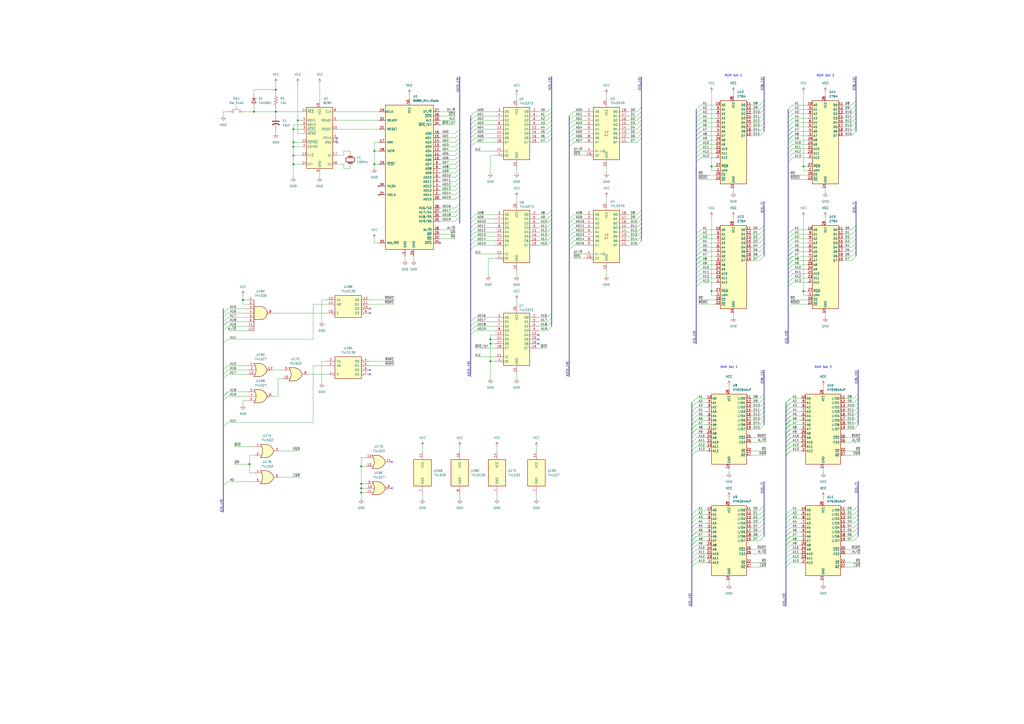
<source format=kicad_sch>
(kicad_sch (version 20250114) (generator "eeschema") (generator_version "9.0")
  (paper "A2")
  (text "ROM Set 2" (at 478.79 43.18 0) (effects (font (size 1.27 1.27)) (justify top)))
  (text "RAM Set 1" (at 422.91 212.344 0) (effects (font (size 1.27 1.27)) (justify top)))
  (text "ROM Set 1" (at 425.45 43.18 0) (effects (font (size 1.27 1.27)) (justify top)))
  (text "RAM Set 2" (at 477.52 212.344 0) (effects (font (size 1.27 1.27)) (justify top)))
  (junction (at 284.48 209.55))
  (junction (at 412.75 96.52))
  (junction (at 160.02 64.77))
  (junction (at 147.32 64.77))
  (junction (at 209.55 270.51))
  (junction (at 170.18 90.17))
  (junction (at 217.17 87.63))
  (junction (at 172.72 69.85))
  (junction (at 284.48 196.85))
  (junction (at 412.75 168.91))
  (junction (at 140.97 173.99))
  (junction (at 209.55 283.21))
  (junction (at 170.18 95.25))
  (junction (at 217.17 95.25))
  (junction (at 466.09 168.91))
  (junction (at 170.18 85.09))
  (junction (at 160.02 52.07))
  (junction (at 284.48 199.39))
  (junction (at 209.55 285.75))
  (junction (at 170.18 82.55))
  (junction (at 144.78 269.24))
  (junction (at 466.09 96.52))
  (junction (at 170.18 74.93))
  (junction (at 209.55 280.67))
  (no_connect (at 255.27 140.97))
  (no_connect (at 214.63 179.07))
  (no_connect (at 214.63 181.61))
  (no_connect (at 214.63 214.63))
  (no_connect (at 219.71 113.03))
  (no_connect (at 312.42 194.31))
  (no_connect (at 195.58 82.55))
  (no_connect (at 195.58 80.01))
  (no_connect (at 227.33 283.21))
  (no_connect (at 312.42 196.85))
  (no_connect (at 214.63 217.17))
  (no_connect (at 219.71 107.95))
  (no_connect (at 227.33 267.97))
  (no_connect (at 312.42 199.39))
  (bus_entry (at 443.23 293.37) (size -2.54 2.54))
  (bus_entry (at 320.04 121.92) (size -2.54 2.54))
  (bus_entry (at 455.93 264.16) (size 2.54 -2.54))
  (bus_entry (at 401.32 311.15) (size 2.54 -2.54))
  (bus_entry (at 496.57 60.96) (size -2.54 2.54))
  (bus_entry (at 401.32 303.53) (size 2.54 -2.54))
  (bus_entry (at 455.93 326.39) (size 2.54 -2.54))
  (bus_entry (at 443.23 148.59) (size -2.54 2.54))
  (bus_entry (at 330.2 137.16) (size 2.54 -2.54))
  (bus_entry (at 266.7 85.09) (size -2.54 2.54))
  (bus_entry (at 401.32 233.68) (size 2.54 -2.54))
  (bus_entry (at 457.2 93.98) (size 2.54 -2.54))
  (bus_entry (at 132.08 245.11) (size -2.54 2.54))
  (bus_entry (at 372.11 80.01) (size -2.54 2.54))
  (bus_entry (at 457.2 73.66) (size 2.54 -2.54))
  (bus_entry (at 403.86 163.83) (size 2.54 -2.54))
  (bus_entry (at 372.11 129.54) (size -2.54 2.54))
  (bus_entry (at 403.86 78.74) (size 2.54 -2.54))
  (bus_entry (at 403.86 86.36) (size 2.54 -2.54))
  (bus_entry (at 330.2 74.93) (size 2.54 -2.54))
  (bus_entry (at 273.05 77.47) (size 2.54 -2.54))
  (bus_entry (at 496.57 146.05) (size -2.54 2.54))
  (bus_entry (at 455.93 236.22) (size 2.54 -2.54))
  (bus_entry (at 266.7 100.33) (size -2.54 2.54))
  (bus_entry (at 401.32 246.38) (size 2.54 -2.54))
  (bus_entry (at 455.93 238.76) (size 2.54 -2.54))
  (bus_entry (at 372.11 62.23) (size -2.54 2.54))
  (bus_entry (at 320.04 127) (size -2.54 2.54))
  (bus_entry (at 266.7 95.25) (size -2.54 2.54))
  (bus_entry (at 443.23 133.35) (size -2.54 2.54))
  (bus_entry (at 443.23 68.58) (size -2.54 2.54))
  (bus_entry (at 497.84 231.14) (size -2.54 2.54))
  (bus_entry (at 403.86 73.66) (size 2.54 -2.54))
  (bus_entry (at 496.57 63.5) (size -2.54 2.54))
  (bus_entry (at 457.2 161.29) (size 2.54 -2.54))
  (bus_entry (at 457.2 86.36) (size 2.54 -2.54))
  (bus_entry (at 401.32 261.62) (size 2.54 -2.54))
  (bus_entry (at 401.32 251.46) (size 2.54 -2.54))
  (bus_entry (at 330.2 134.62) (size 2.54 -2.54))
  (bus_entry (at 401.32 238.76) (size 2.54 -2.54))
  (bus_entry (at 129.54 181.61) (size 2.54 -2.54))
  (bus_entry (at 129.54 219.71) (size 2.54 -2.54))
  (bus_entry (at 320.04 129.54) (size -2.54 2.54))
  (bus_entry (at 266.7 74.93) (size -2.54 2.54))
  (bus_entry (at 455.93 251.46) (size 2.54 -2.54))
  (bus_entry (at 443.23 295.91) (size -2.54 2.54))
  (bus_entry (at 497.84 236.22) (size -2.54 2.54))
  (bus_entry (at 320.04 77.47) (size -2.54 2.54))
  (bus_entry (at 266.7 123.19) (size -2.54 2.54))
  (bus_entry (at 457.2 76.2) (size 2.54 -2.54))
  (bus_entry (at 273.05 127) (size 2.54 -2.54))
  (bus_entry (at 330.2 77.47) (size 2.54 -2.54))
  (bus_entry (at 401.32 298.45) (size 2.54 -2.54))
  (bus_entry (at 455.93 251.46) (size 2.54 -2.54))
  (bus_entry (at 273.05 186.69) (size 2.54 -2.54))
  (bus_entry (at 443.23 303.53) (size -2.54 2.54))
  (bus_entry (at 443.23 243.84) (size -2.54 2.54))
  (bus_entry (at 455.93 300.99) (size 2.54 -2.54))
  (bus_entry (at 266.7 118.11) (size -2.54 2.54))
  (bus_entry (at 497.84 243.84) (size -2.54 2.54))
  (bus_entry (at 455.93 306.07) (size 2.54 -2.54))
  (bus_entry (at 455.93 313.69) (size 2.54 -2.54))
  (bus_entry (at 401.32 321.31) (size 2.54 -2.54))
  (bus_entry (at 496.57 140.97) (size -2.54 2.54))
  (bus_entry (at 457.2 71.12) (size 2.54 -2.54))
  (bus_entry (at 457.2 151.13) (size 2.54 -2.54))
  (bus_entry (at 496.57 58.42) (size -2.54 2.54))
  (bus_entry (at 401.32 328.93) (size 2.54 -2.54))
  (bus_entry (at 372.11 72.39) (size -2.54 2.54))
  (bus_entry (at 401.32 248.92) (size 2.54 -2.54))
  (bus_entry (at 401.32 236.22) (size 2.54 -2.54))
  (bus_entry (at 401.32 251.46) (size 2.54 -2.54))
  (bus_entry (at 403.86 158.75) (size 2.54 -2.54))
  (bus_entry (at 455.93 241.3) (size 2.54 -2.54))
  (bus_entry (at 403.86 63.5) (size 2.54 -2.54))
  (bus_entry (at 330.2 132.08) (size 2.54 -2.54))
  (bus_entry (at 401.32 256.54) (size 2.54 -2.54))
  (bus_entry (at 372.11 134.62) (size -2.54 2.54))
  (bus_entry (at 372.11 124.46) (size -2.54 2.54))
  (bus_entry (at 496.57 76.2) (size -2.54 2.54))
  (bus_entry (at 266.7 92.71) (size -2.54 2.54))
  (bus_entry (at 403.86 153.67) (size 2.54 -2.54))
  (bus_entry (at 401.32 308.61) (size 2.54 -2.54))
  (bus_entry (at 266.7 97.79) (size -2.54 2.54))
  (bus_entry (at 129.54 189.23) (size 2.54 -2.54))
  (bus_entry (at 457.2 166.37) (size 2.54 -2.54))
  (bus_entry (at 443.23 311.15) (size -2.54 2.54))
  (bus_entry (at 455.93 308.61) (size 2.54 -2.54))
  (bus_entry (at 443.23 236.22) (size -2.54 2.54))
  (bus_entry (at 266.7 125.73) (size -2.54 2.54))
  (bus_entry (at 372.11 67.31) (size -2.54 2.54))
  (bus_entry (at 443.23 228.6) (size -2.54 2.54))
  (bus_entry (at 457.2 148.59) (size 2.54 -2.54))
  (bus_entry (at 372.11 121.92) (size -2.54 2.54))
  (bus_entry (at 455.93 236.22) (size 2.54 -2.54))
  (bus_entry (at 403.86 161.29) (size 2.54 -2.54))
  (bus_entry (at 273.05 137.16) (size 2.54 -2.54))
  (bus_entry (at 320.04 74.93) (size -2.54 2.54))
  (bus_entry (at 443.23 233.68) (size -2.54 2.54))
  (bus_entry (at 455.93 328.93) (size 2.54 -2.54))
  (bus_entry (at 266.7 102.87) (size -2.54 2.54))
  (bus_entry (at 330.2 82.55) (size 2.54 -2.54))
  (bus_entry (at 497.84 311.15) (size -2.54 2.54))
  (bus_entry (at 457.2 63.5) (size 2.54 -2.54))
  (bus_entry (at 457.2 143.51) (size 2.54 -2.54))
  (bus_entry (at 320.04 67.31) (size -2.54 2.54))
  (bus_entry (at 403.86 146.05) (size 2.54 -2.54))
  (bus_entry (at 403.86 81.28) (size 2.54 -2.54))
  (bus_entry (at 455.93 259.08) (size 2.54 -2.54))
  (bus_entry (at 455.93 254) (size 2.54 -2.54))
  (bus_entry (at 497.84 306.07) (size -2.54 2.54))
  (bus_entry (at 443.23 66.04) (size -2.54 2.54))
  (bus_entry (at 455.93 248.92) (size 2.54 -2.54))
  (bus_entry (at 457.2 163.83) (size 2.54 -2.54))
  (bus_entry (at 497.84 295.91) (size -2.54 2.54))
  (bus_entry (at 330.2 69.85) (size 2.54 -2.54))
  (bus_entry (at 129.54 229.87) (size 2.54 -2.54))
  (bus_entry (at 401.32 313.69) (size 2.54 -2.54))
  (bus_entry (at 320.04 181.61) (size -2.54 2.54))
  (bus_entry (at 443.23 138.43) (size -2.54 2.54))
  (bus_entry (at 496.57 143.51) (size -2.54 2.54))
  (bus_entry (at 455.93 246.38) (size 2.54 -2.54))
  (bus_entry (at 455.93 246.38) (size 2.54 -2.54))
  (bus_entry (at 455.93 261.62) (size 2.54 -2.54))
  (bus_entry (at 403.86 76.2) (size 2.54 -2.54))
  (bus_entry (at 455.93 298.45) (size 2.54 -2.54))
  (bus_entry (at 403.86 135.89) (size 2.54 -2.54))
  (bus_entry (at 455.93 264.16) (size 2.54 -2.54))
  (bus_entry (at 320.04 139.7) (size -2.54 2.54))
  (bus_entry (at 497.84 298.45) (size -2.54 2.54))
  (bus_entry (at 401.32 246.38) (size 2.54 -2.54))
  (bus_entry (at 443.23 63.5) (size -2.54 2.54))
  (bus_entry (at 443.23 58.42) (size -2.54 2.54))
  (bus_entry (at 496.57 68.58) (size -2.54 2.54))
  (bus_entry (at 457.2 78.74) (size 2.54 -2.54))
  (bus_entry (at 401.32 311.15) (size 2.54 -2.54))
  (bus_entry (at 330.2 142.24) (size 2.54 -2.54))
  (bus_entry (at 457.2 138.43) (size 2.54 -2.54))
  (bus_entry (at 401.32 318.77) (size 2.54 -2.54))
  (bus_entry (at 403.86 78.74) (size 2.54 -2.54))
  (bus_entry (at 320.04 184.15) (size -2.54 2.54))
  (bus_entry (at 266.7 107.95) (size -2.54 2.54))
  (bus_entry (at 443.23 76.2) (size -2.54 2.54))
  (bus_entry (at 403.86 93.98) (size 2.54 -2.54))
  (bus_entry (at 320.04 132.08) (size -2.54 2.54))
  (bus_entry (at 455.93 316.23) (size 2.54 -2.54))
  (bus_entry (at 273.05 67.31) (size 2.54 -2.54))
  (bus_entry (at 266.7 82.55) (size -2.54 2.54))
  (bus_entry (at 403.86 140.97) (size 2.54 -2.54))
  (bus_entry (at 129.54 232.41) (size 2.54 -2.54))
  (bus_entry (at 273.05 132.08) (size 2.54 -2.54))
  (bus_entry (at 129.54 214.63) (size 2.54 -2.54))
  (bus_entry (at 330.2 127) (size 2.54 -2.54))
  (bus_entry (at 401.32 323.85) (size 2.54 -2.54))
  (bus_entry (at 457.2 148.59) (size 2.54 -2.54))
  (bus_entry (at 330.2 67.31) (size 2.54 -2.54))
  (bus_entry (at 497.84 233.68) (size -2.54 2.54))
  (bus_entry (at 273.05 69.85) (size 2.54 -2.54))
  (bus_entry (at 455.93 241.3) (size 2.54 -2.54))
  (bus_entry (at 443.23 298.45) (size -2.54 2.54))
  (bus_entry (at 455.93 246.38) (size 2.54 -2.54))
  (bus_entry (at 457.2 81.28) (size 2.54 -2.54))
  (bus_entry (at 403.86 151.13) (size 2.54 -2.54))
  (bus_entry (at 273.05 74.93) (size 2.54 -2.54))
  (bus_entry (at 455.93 254) (size 2.54 -2.54))
  (bus_entry (at 320.04 134.62) (size -2.54 2.54))
  (bus_entry (at 455.93 233.68) (size 2.54 -2.54))
  (bus_entry (at 129.54 191.77) (size 2.54 -2.54))
  (bus_entry (at 455.93 259.08) (size 2.54 -2.54))
  (bus_entry (at 403.86 88.9) (size 2.54 -2.54))
  (bus_entry (at 266.7 77.47) (size -2.54 2.54))
  (bus_entry (at 457.2 151.13) (size 2.54 -2.54))
  (bus_entry (at 403.86 153.67) (size 2.54 -2.54))
  (bus_entry (at 443.23 71.12) (size -2.54 2.54))
  (bus_entry (at 497.84 228.6) (size -2.54 2.54))
  (bus_entry (at 496.57 138.43) (size -2.54 2.54))
  (bus_entry (at 330.2 85.09) (size 2.54 -2.54))
  (bus_entry (at 457.2 91.44) (size 2.54 -2.54))
  (bus_entry (at 403.86 143.51) (size 2.54 -2.54))
  (bus_entry (at 273.05 144.78) (size 2.54 -2.54))
  (bus_entry (at 455.93 243.84) (size 2.54 -2.54))
  (bus_entry (at 372.11 74.93) (size -2.54 2.54))
  (bus_entry (at 320.04 69.85) (size -2.54 2.54))
  (bus_entry (at 496.57 130.81) (size -2.54 2.54))
  (bus_entry (at 457.2 68.58) (size 2.54 -2.54))
  (bus_entry (at 129.54 184.15) (size 2.54 -2.54))
  (bus_entry (at 455.93 318.77) (size 2.54 -2.54))
  (bus_entry (at 443.23 146.05) (size -2.54 2.54))
  (bus_entry (at 455.93 256.54) (size 2.54 -2.54))
  (bus_entry (at 457.2 153.67) (size 2.54 -2.54))
  (bus_entry (at 496.57 66.04) (size -2.54 2.54))
  (bus_entry (at 457.2 140.97) (size 2.54 -2.54))
  (bus_entry (at 320.04 62.23) (size -2.54 2.54))
  (bus_entry (at 496.57 133.35) (size -2.54 2.54))
  (bus_entry (at 266.7 110.49) (size -2.54 2.54))
  (bus_entry (at 455.93 323.85) (size 2.54 -2.54))
  (bus_entry (at 273.05 80.01) (size 2.54 -2.54))
  (bus_entry (at 455.93 311.15) (size 2.54 -2.54))
  (bus_entry (at 320.04 186.69) (size -2.54 2.54))
  (bus_entry (at 457.2 88.9) (size 2.54 -2.54))
  (bus_entry (at 457.2 153.67) (size 2.54 -2.54))
  (bus_entry (at 497.84 300.99) (size -2.54 2.54))
  (bus_entry (at 496.57 148.59) (size -2.54 2.54))
  (bus_entry (at 455.93 248.92) (size 2.54 -2.54))
  (bus_entry (at 496.57 135.89) (size -2.54 2.54))
  (bus_entry (at 330.2 144.78) (size 2.54 -2.54))
  (bus_entry (at 401.32 316.23) (size 2.54 -2.54))
  (bus_entry (at 266.7 113.03) (size -2.54 2.54))
  (bus_entry (at 372.11 132.08) (size -2.54 2.54))
  (bus_entry (at 320.04 137.16) (size -2.54 2.54))
  (bus_entry (at 443.23 308.61) (size -2.54 2.54))
  (bus_entry (at 266.7 105.41) (size -2.54 2.54))
  (bus_entry (at 403.86 156.21) (size 2.54 -2.54))
  (bus_entry (at 320.04 80.01) (size -2.54 2.54))
  (bus_entry (at 273.05 85.09) (size 2.54 -2.54))
  (bus_entry (at 455.93 243.84) (size 2.54 -2.54))
  (bus_entry (at 443.23 135.89) (size -2.54 2.54))
  (bus_entry (at 273.05 82.55) (size 2.54 -2.54))
  (bus_entry (at 455.93 261.62) (size 2.54 -2.54))
  (bus_entry (at 455.93 321.31) (size 2.54 -2.54))
  (bus_entry (at 403.86 71.12) (size 2.54 -2.54))
  (bus_entry (at 372.11 64.77) (size -2.54 2.54))
  (bus_entry (at 320.04 64.77) (size -2.54 2.54))
  (bus_entry (at 457.2 81.28) (size 2.54 -2.54))
  (bus_entry (at 372.11 139.7) (size -2.54 2.54))
  (bus_entry (at 455.93 313.69) (size 2.54 -2.54))
  (bus_entry (at 320.04 124.46) (size -2.54 2.54))
  (bus_entry (at 273.05 191.77) (size 2.54 -2.54))
  (bus_entry (at 496.57 71.12) (size -2.54 2.54))
  (bus_entry (at 455.93 251.46) (size 2.54 -2.54))
  (bus_entry (at 457.2 135.89) (size 2.54 -2.54))
  (bus_entry (at 497.84 238.76) (size -2.54 2.54))
  (bus_entry (at 129.54 229.87) (size 2.54 -2.54))
  (bus_entry (at 455.93 251.46) (size 2.54 -2.54))
  (bus_entry (at 497.84 308.61) (size -2.54 2.54))
  (bus_entry (at 403.86 138.43) (size 2.54 -2.54))
  (bus_entry (at 443.23 143.51) (size -2.54 2.54))
  (bus_entry (at 330.2 129.54) (size 2.54 -2.54))
  (bus_entry (at 403.86 66.04) (size 2.54 -2.54))
  (bus_entry (at 372.11 127) (size -2.54 2.54))
  (bus_entry (at 403.86 68.58) (size 2.54 -2.54))
  (bus_entry (at 403.86 148.59) (size 2.54 -2.54))
  (bus_entry (at 457.2 158.75) (size 2.54 -2.54))
  (bus_entry (at 455.93 233.68) (size 2.54 -2.54))
  (bus_entry (at 401.32 326.39) (size 2.54 -2.54))
  (bus_entry (at 455.93 316.23) (size 2.54 -2.54))
  (bus_entry (at 455.93 248.92) (size 2.54 -2.54))
  (bus_entry (at 401.32 313.69) (size 2.54 -2.54))
  (bus_entry (at 330.2 139.7) (size 2.54 -2.54))
  (bus_entry (at 273.05 142.24) (size 2.54 -2.54))
  (bus_entry (at 401.32 259.08) (size 2.54 -2.54))
  (bus_entry (at 401.32 316.23) (size 2.54 -2.54))
  (bus_entry (at 273.05 139.7) (size 2.54 -2.54))
  (bus_entry (at 455.93 311.15) (size 2.54 -2.54))
  (bus_entry (at 401.32 248.92) (size 2.54 -2.54))
  (bus_entry (at 443.23 238.76) (size -2.54 2.54))
  (bus_entry (at 273.05 134.62) (size 2.54 -2.54))
  (bus_entry (at 372.11 69.85) (size -2.54 2.54))
  (bus_entry (at 129.54 281.94) (size 2.54 -2.54))
  (bus_entry (at 455.93 303.53) (size 2.54 -2.54))
  (bus_entry (at 129.54 217.17) (size 2.54 -2.54))
  (bus_entry (at 496.57 73.66) (size -2.54 2.54))
  (bus_entry (at 403.86 76.2) (size 2.54 -2.54))
  (bus_entry (at 401.32 264.16) (size 2.54 -2.54))
  (bus_entry (at 273.05 194.31) (size 2.54 -2.54))
  (bus_entry (at 320.04 72.39) (size -2.54 2.54))
  (bus_entry (at 403.86 148.59) (size 2.54 -2.54))
  (bus_entry (at 403.86 83.82) (size 2.54 -2.54))
  (bus_entry (at 457.2 76.2) (size 2.54 -2.54))
  (bus_entry (at 266.7 120.65) (size -2.54 2.54))
  (bus_entry (at 457.2 78.74) (size 2.54 -2.54))
  (bus_entry (at 129.54 199.39) (size 2.54 -2.54))
  (bus_entry (at 497.84 303.53) (size -2.54 2.54))
  (bus_entry (at 129.54 189.23) (size 2.54 -2.54))
  (bus_entry (at 273.05 129.54) (size 2.54 -2.54))
  (bus_entry (at 330.2 80.01) (size 2.54 -2.54))
  (bus_entry (at 497.84 241.3) (size -2.54 2.54))
  (bus_entry (at 266.7 90.17) (size -2.54 2.54))
  (bus_entry (at 443.23 73.66) (size -2.54 2.54))
  (bus_entry (at 443.23 60.96) (size -2.54 2.54))
  (bus_entry (at 455.93 248.92) (size 2.54 -2.54))
  (bus_entry (at 273.05 189.23) (size 2.54 -2.54))
  (bus_entry (at 401.32 300.99) (size 2.54 -2.54))
  (bus_entry (at 401.32 306.07) (size 2.54 -2.54))
  (bus_entry (at 401.32 241.3) (size 2.54 -2.54))
  (bus_entry (at 455.93 256.54) (size 2.54 -2.54))
  (bus_entry (at 401.32 243.84) (size 2.54 -2.54))
  (bus_entry (at 403.86 166.37) (size 2.54 -2.54))
  (bus_entry (at 443.23 231.14) (size -2.54 2.54))
  (bus_entry (at 497.84 293.37) (size -2.54 2.54))
  (bus_entry (at 443.23 306.07) (size -2.54 2.54))
  (bus_entry (at 266.7 87.63) (size -2.54 2.54))
  (bus_entry (at 403.86 151.13) (size 2.54 -2.54))
  (bus_entry (at 372.11 77.47) (size -2.54 2.54))
  (bus_entry (at 457.2 146.05) (size 2.54 -2.54))
  (bus_entry (at 401.32 254) (size 2.54 -2.54))
  (bus_entry (at 273.05 72.39) (size 2.54 -2.54))
  (bus_entry (at 443.23 300.99) (size -2.54 2.54))
  (bus_entry (at 330.2 72.39) (size 2.54 -2.54))
  (bus_entry (at 497.84 246.38) (size -2.54 2.54))
  (bus_entry (at 372.11 137.16) (size -2.54 2.54))
  (bus_entry (at 443.23 241.3) (size -2.54 2.54))
  (bus_entry (at 457.2 156.21) (size 2.54 -2.54))
  (bus_entry (at 443.23 130.81) (size -2.54 2.54))
  (bus_entry (at 455.93 246.38) (size 2.54 -2.54))
  (bus_entry (at 457.2 66.04) (size 2.54 -2.54))
  (bus_entry (at 455.93 238.76) (size 2.54 -2.54))
  (bus_entry (at 266.7 80.01) (size -2.54 2.54))
  (bus_entry (at 403.86 91.44) (size 2.54 -2.54))
  (bus_entry (at 457.2 83.82) (size 2.54 -2.54))
  (bus_entry (at 443.23 246.38) (size -2.54 2.54))
  (bus_entry (at 443.23 140.97) (size -2.54 2.54))
  (bus_entry (at 129.54 186.69) (size 2.54 -2.54))
  (bus_entry (at 320.04 189.23) (size -2.54 2.54))
  (bus_entry (at 403.86 81.28) (size 2.54 -2.54))
  (bus (pts (xy 401.32 306.07) (xy 401.32 303.53)))
  (wire (pts (xy 458.47 251.46) (xy 464.82 251.46)))
  (wire (pts (xy 351.79 97.79) (xy 351.79 100.33)))
  (wire (pts (xy 412.75 96.52) (xy 415.29 96.52)))
  (wire (pts (xy 459.74 163.83) (xy 468.63 163.83)))
  (bus (pts (xy 266.7 123.19) (xy 266.7 125.73)))
  (bus (pts (xy 330.2 80.01) (xy 330.2 82.55)))
  (wire (pts (xy 288.29 287.02) (xy 288.29 289.56)))
  (bus (pts (xy 443.23 306.07) (xy 443.23 308.61)))
  (bus (pts (xy 401.32 300.99) (xy 401.32 298.45)))
  (bus (pts (xy 403.86 199.39) (xy 403.86 166.37)))
  (wire (pts (xy 140.97 232.41) (xy 140.97 234.95)))
  (bus (pts (xy 320.04 132.08) (xy 320.04 134.62)))
  (wire (pts (xy 458.47 231.14) (xy 464.82 231.14)))
  (bus (pts (xy 403.86 73.66) (xy 403.86 76.2)))
  (wire (pts (xy 203.2 88.9) (xy 203.2 87.63)))
  (wire (pts (xy 495.3 243.84) (xy 490.22 243.84)))
  (wire (pts (xy 458.47 316.23) (xy 464.82 316.23)))
  (wire (pts (xy 422.91 336.55) (xy 422.91 339.09)))
  (wire (pts (xy 255.27 82.55) (xy 264.16 82.55)))
  (bus (pts (xy 455.93 316.23) (xy 455.93 313.69)))
  (bus (pts (xy 330.2 82.55) (xy 330.2 85.09)))
  (bus (pts (xy 457.2 83.82) (xy 457.2 86.36)))
  (bus (pts (xy 266.7 120.65) (xy 266.7 123.19)))
  (wire (pts (xy 435.61 321.31) (xy 444.5 321.31)))
  (wire (pts (xy 160.02 62.23) (xy 160.02 64.77)))
  (wire (pts (xy 275.59 74.93) (xy 287.02 74.93)))
  (wire (pts (xy 369.57 132.08) (xy 364.49 132.08)))
  (wire (pts (xy 214.63 209.55) (xy 228.6 209.55)))
  (wire (pts (xy 369.57 69.85) (xy 364.49 69.85)))
  (wire (pts (xy 406.4 133.35) (xy 415.29 133.35)))
  (wire (pts (xy 129.54 64.77) (xy 129.54 67.31)))
  (bus (pts (xy 455.93 303.53) (xy 455.93 300.99)))
  (wire (pts (xy 212.09 283.21) (xy 209.55 283.21)))
  (wire (pts (xy 403.86 303.53) (xy 410.21 303.53)))
  (wire (pts (xy 403.86 246.38) (xy 410.21 246.38)))
  (wire (pts (xy 406.4 138.43) (xy 415.29 138.43)))
  (wire (pts (xy 284.48 209.55) (xy 287.02 209.55)))
  (wire (pts (xy 299.72 116.84) (xy 299.72 114.3)))
  (wire (pts (xy 422.91 223.52) (xy 422.91 226.06)))
  (bus (pts (xy 443.23 143.51) (xy 443.23 146.05)))
  (wire (pts (xy 458.47 236.22) (xy 464.82 236.22)))
  (wire (pts (xy 458.47 308.61) (xy 464.82 308.61)))
  (wire (pts (xy 403.86 298.45) (xy 410.21 298.45)))
  (bus (pts (xy 129.54 217.17) (xy 129.54 219.71)))
  (wire (pts (xy 466.09 53.34) (xy 466.09 96.52)))
  (bus (pts (xy 497.84 279.4) (xy 497.84 293.37)))
  (wire (pts (xy 332.74 74.93) (xy 339.09 74.93)))
  (wire (pts (xy 255.27 95.25) (xy 264.16 95.25)))
  (bus (pts (xy 457.2 151.13) (xy 457.2 153.67)))
  (bus (pts (xy 497.84 238.76) (xy 497.84 241.3)))
  (wire (pts (xy 332.74 147.32) (xy 339.09 147.32)))
  (wire (pts (xy 175.26 69.85) (xy 172.72 69.85)))
  (wire (pts (xy 459.74 133.35) (xy 468.63 133.35)))
  (bus (pts (xy 273.05 72.39) (xy 273.05 74.93)))
  (wire (pts (xy 477.52 223.52) (xy 477.52 226.06)))
  (wire (pts (xy 132.08 214.63) (xy 143.51 214.63)))
  (wire (pts (xy 478.79 109.22) (xy 478.79 111.76)))
  (wire (pts (xy 403.86 243.84) (xy 410.21 243.84)))
  (wire (pts (xy 317.5 137.16) (xy 312.42 137.16)))
  (wire (pts (xy 170.18 72.39) (xy 170.18 74.93)))
  (wire (pts (xy 132.08 189.23) (xy 143.51 189.23)))
  (wire (pts (xy 317.5 139.7) (xy 312.42 139.7)))
  (bus (pts (xy 129.54 181.61) (xy 129.54 179.07)))
  (wire (pts (xy 332.74 82.55) (xy 339.09 82.55)))
  (wire (pts (xy 458.47 295.91) (xy 464.82 295.91)))
  (wire (pts (xy 170.18 82.55) (xy 170.18 85.09)))
  (bus (pts (xy 455.93 308.61) (xy 455.93 306.07)))
  (bus (pts (xy 320.04 72.39) (xy 320.04 74.93)))
  (wire (pts (xy 458.47 326.39) (xy 464.82 326.39)))
  (bus (pts (xy 455.93 243.84) (xy 455.93 241.3)))
  (wire (pts (xy 189.23 212.09) (xy 181.61 212.09)))
  (wire (pts (xy 406.4 140.97) (xy 415.29 140.97)))
  (wire (pts (xy 440.69 66.04) (xy 435.61 66.04)))
  (wire (pts (xy 158.75 181.61) (xy 189.23 181.61)))
  (wire (pts (xy 369.57 77.47) (xy 364.49 77.47)))
  (bus (pts (xy 496.57 60.96) (xy 496.57 63.5)))
  (wire (pts (xy 405.13 101.6) (xy 415.29 101.6)))
  (bus (pts (xy 455.93 264.16) (xy 455.93 261.62)))
  (wire (pts (xy 440.69 135.89) (xy 435.61 135.89)))
  (wire (pts (xy 275.59 127) (xy 287.02 127)))
  (wire (pts (xy 369.57 142.24) (xy 364.49 142.24)))
  (bus (pts (xy 403.86 166.37) (xy 403.86 163.83)))
  (bus (pts (xy 372.11 129.54) (xy 372.11 132.08)))
  (bus (pts (xy 457.2 68.58) (xy 457.2 71.12)))
  (wire (pts (xy 287.02 194.31) (xy 284.48 194.31)))
  (wire (pts (xy 495.3 295.91) (xy 490.22 295.91)))
  (bus (pts (xy 496.57 58.42) (xy 496.57 60.96)))
  (wire (pts (xy 284.48 90.17) (xy 284.48 100.33)))
  (wire (pts (xy 459.74 66.04) (xy 468.63 66.04)))
  (wire (pts (xy 458.47 101.6) (xy 468.63 101.6)))
  (wire (pts (xy 332.74 90.17) (xy 339.09 90.17)))
  (wire (pts (xy 458.47 238.76) (xy 464.82 238.76)))
  (wire (pts (xy 170.18 74.93) (xy 170.18 82.55)))
  (wire (pts (xy 435.61 256.54) (xy 444.5 256.54)))
  (wire (pts (xy 332.74 149.86) (xy 339.09 149.86)))
  (wire (pts (xy 186.69 209.55) (xy 186.69 222.25)))
  (wire (pts (xy 255.27 85.09) (xy 264.16 85.09)))
  (bus (pts (xy 403.86 158.75) (xy 403.86 161.29)))
  (bus (pts (xy 496.57 63.5) (xy 496.57 66.04)))
  (wire (pts (xy 440.69 231.14) (xy 435.61 231.14)))
  (bus (pts (xy 129.54 184.15) (xy 129.54 181.61)))
  (bus (pts (xy 330.2 72.39) (xy 330.2 74.93)))
  (bus (pts (xy 401.32 311.15) (xy 401.32 308.61)))
  (bus (pts (xy 266.7 80.01) (xy 266.7 82.55)))
  (wire (pts (xy 403.86 261.62) (xy 410.21 261.62)))
  (wire (pts (xy 212.09 265.43) (xy 209.55 265.43)))
  (bus (pts (xy 273.05 67.31) (xy 273.05 69.85)))
  (wire (pts (xy 440.69 148.59) (xy 435.61 148.59)))
  (wire (pts (xy 172.72 77.47) (xy 172.72 69.85)))
  (bus (pts (xy 457.2 78.74) (xy 457.2 81.28)))
  (wire (pts (xy 332.74 67.31) (xy 339.09 67.31)))
  (bus (pts (xy 401.32 323.85) (xy 401.32 321.31)))
  (wire (pts (xy 403.86 316.23) (xy 410.21 316.23)))
  (wire (pts (xy 440.69 238.76) (xy 435.61 238.76)))
  (wire (pts (xy 490.22 326.39) (xy 499.11 326.39)))
  (bus (pts (xy 443.23 303.53) (xy 443.23 306.07)))
  (wire (pts (xy 209.55 283.21) (xy 209.55 285.75)))
  (wire (pts (xy 459.74 156.21) (xy 468.63 156.21)))
  (bus (pts (xy 455.93 259.08) (xy 455.93 256.54)))
  (bus (pts (xy 401.32 261.62) (xy 401.32 259.08)))
  (wire (pts (xy 412.75 168.91) (xy 415.29 168.91)))
  (wire (pts (xy 468.63 99.06) (xy 466.09 99.06)))
  (wire (pts (xy 435.61 328.93) (xy 444.5 328.93)))
  (bus (pts (xy 443.23 295.91) (xy 443.23 298.45)))
  (wire (pts (xy 275.59 189.23) (xy 287.02 189.23)))
  (wire (pts (xy 317.5 72.39) (xy 312.42 72.39)))
  (bus (pts (xy 266.7 97.79) (xy 266.7 100.33)))
  (wire (pts (xy 299.72 217.17) (xy 299.72 219.71)))
  (wire (pts (xy 287.02 196.85) (xy 284.48 196.85)))
  (wire (pts (xy 332.74 72.39) (xy 339.09 72.39)))
  (bus (pts (xy 443.23 300.99) (xy 443.23 303.53)))
  (wire (pts (xy 175.26 90.17) (xy 170.18 90.17)))
  (wire (pts (xy 494.03 148.59) (xy 488.95 148.59)))
  (wire (pts (xy 459.74 86.36) (xy 468.63 86.36)))
  (wire (pts (xy 369.57 80.01) (xy 364.49 80.01)))
  (wire (pts (xy 181.61 212.09) (xy 181.61 245.11)))
  (wire (pts (xy 255.27 100.33) (xy 264.16 100.33)))
  (wire (pts (xy 255.27 67.31) (xy 264.16 67.31)))
  (wire (pts (xy 369.57 137.16) (xy 364.49 137.16)))
  (wire (pts (xy 255.27 120.65) (xy 264.16 120.65)))
  (wire (pts (xy 255.27 64.77) (xy 264.16 64.77)))
  (wire (pts (xy 283.21 149.86) (xy 287.02 149.86)))
  (wire (pts (xy 403.86 311.15) (xy 410.21 311.15)))
  (wire (pts (xy 351.79 157.48) (xy 351.79 160.02)))
  (wire (pts (xy 369.57 72.39) (xy 364.49 72.39)))
  (bus (pts (xy 330.2 134.62) (xy 330.2 137.16)))
  (wire (pts (xy 219.71 95.25) (xy 217.17 95.25)))
  (wire (pts (xy 195.58 64.77) (xy 219.71 64.77)))
  (bus (pts (xy 443.23 63.5) (xy 443.23 66.04)))
  (bus (pts (xy 372.11 72.39) (xy 372.11 74.93)))
  (bus (pts (xy 455.93 241.3) (xy 455.93 238.76)))
  (bus (pts (xy 129.54 189.23) (xy 129.54 186.69)))
  (wire (pts (xy 332.74 137.16) (xy 339.09 137.16)))
  (wire (pts (xy 332.74 124.46) (xy 339.09 124.46)))
  (bus (pts (xy 443.23 308.61) (xy 443.23 311.15)))
  (wire (pts (xy 459.74 153.67) (xy 468.63 153.67)))
  (bus (pts (xy 403.86 68.58) (xy 403.86 71.12)))
  (bus (pts (xy 273.05 137.16) (xy 273.05 139.7)))
  (bus (pts (xy 496.57 66.04) (xy 496.57 68.58)))
  (wire (pts (xy 317.5 74.93) (xy 312.42 74.93)))
  (wire (pts (xy 199.39 97.79) (xy 203.2 97.79)))
  (wire (pts (xy 459.74 146.05) (xy 468.63 146.05)))
  (bus (pts (xy 457.2 143.51) (xy 457.2 146.05)))
  (bus (pts (xy 457.2 66.04) (xy 457.2 68.58)))
  (wire (pts (xy 219.71 87.63) (xy 217.17 87.63)))
  (bus (pts (xy 455.93 351.79) (xy 455.93 328.93)))
  (wire (pts (xy 158.75 214.63) (xy 163.83 214.63)))
  (wire (pts (xy 403.86 259.08) (xy 410.21 259.08)))
  (wire (pts (xy 495.3 246.38) (xy 490.22 246.38)))
  (bus (pts (xy 496.57 135.89) (xy 496.57 138.43)))
  (wire (pts (xy 332.74 80.01) (xy 339.09 80.01)))
  (wire (pts (xy 160.02 52.07) (xy 160.02 54.61)))
  (bus (pts (xy 497.84 228.6) (xy 497.84 231.14)))
  (bus (pts (xy 401.32 238.76) (xy 401.32 236.22)))
  (wire (pts (xy 179.07 217.17) (xy 189.23 217.17)))
  (wire (pts (xy 369.57 82.55) (xy 364.49 82.55)))
  (wire (pts (xy 147.32 54.61) (xy 147.32 52.07)))
  (wire (pts (xy 440.69 138.43) (xy 435.61 138.43)))
  (bus (pts (xy 266.7 82.55) (xy 266.7 85.09)))
  (wire (pts (xy 406.4 71.12) (xy 415.29 71.12)))
  (wire (pts (xy 147.32 264.16) (xy 144.78 264.16)))
  (wire (pts (xy 332.74 69.85) (xy 339.09 69.85)))
  (wire (pts (xy 458.47 254) (xy 464.82 254)))
  (bus (pts (xy 443.23 238.76) (xy 443.23 241.3)))
  (bus (pts (xy 457.2 81.28) (xy 457.2 83.82)))
  (wire (pts (xy 468.63 171.45) (xy 466.09 171.45)))
  (bus (pts (xy 496.57 133.35) (xy 496.57 135.89)))
  (wire (pts (xy 406.4 135.89) (xy 415.29 135.89)))
  (wire (pts (xy 440.69 243.84) (xy 435.61 243.84)))
  (wire (pts (xy 255.27 102.87) (xy 264.16 102.87)))
  (wire (pts (xy 440.69 241.3) (xy 435.61 241.3)))
  (wire (pts (xy 255.27 77.47) (xy 264.16 77.47)))
  (bus (pts (xy 266.7 85.09) (xy 266.7 87.63)))
  (wire (pts (xy 406.4 156.21) (xy 415.29 156.21)))
  (wire (pts (xy 406.4 73.66) (xy 415.29 73.66)))
  (wire (pts (xy 162.56 276.86) (xy 173.99 276.86)))
  (bus (pts (xy 455.93 323.85) (xy 455.93 321.31)))
  (wire (pts (xy 459.74 91.44) (xy 468.63 91.44)))
  (wire (pts (xy 255.27 128.27) (xy 264.16 128.27)))
  (wire (pts (xy 132.08 279.4) (xy 147.32 279.4)))
  (wire (pts (xy 275.59 139.7) (xy 287.02 139.7)))
  (wire (pts (xy 255.27 80.01) (xy 264.16 80.01)))
  (bus (pts (xy 443.23 130.81) (xy 443.23 133.35)))
  (bus (pts (xy 443.23 73.66) (xy 443.23 76.2)))
  (wire (pts (xy 494.03 78.74) (xy 488.95 78.74)))
  (bus (pts (xy 443.23 116.84) (xy 443.23 130.81)))
  (wire (pts (xy 495.3 300.99) (xy 490.22 300.99)))
  (wire (pts (xy 459.74 71.12) (xy 468.63 71.12)))
  (wire (pts (xy 317.5 189.23) (xy 312.42 189.23)))
  (wire (pts (xy 245.11 259.08) (xy 245.11 261.62)))
  (wire (pts (xy 175.26 72.39) (xy 170.18 72.39)))
  (bus (pts (xy 266.7 44.45) (xy 266.7 74.93)))
  (bus (pts (xy 455.93 306.07) (xy 455.93 303.53)))
  (bus (pts (xy 455.93 328.93) (xy 455.93 326.39)))
  (wire (pts (xy 255.27 115.57) (xy 264.16 115.57)))
  (bus (pts (xy 443.23 233.68) (xy 443.23 236.22)))
  (wire (pts (xy 209.55 285.75) (xy 209.55 289.56)))
  (wire (pts (xy 161.29 219.71) (xy 163.83 219.71)))
  (bus (pts (xy 320.04 77.47) (xy 320.04 80.01)))
  (bus (pts (xy 273.05 74.93) (xy 273.05 77.47)))
  (wire (pts (xy 495.3 248.92) (xy 490.22 248.92)))
  (wire (pts (xy 332.74 132.08) (xy 339.09 132.08)))
  (wire (pts (xy 132.08 217.17) (xy 143.51 217.17)))
  (wire (pts (xy 275.59 124.46) (xy 287.02 124.46)))
  (wire (pts (xy 440.69 311.15) (xy 435.61 311.15)))
  (wire (pts (xy 209.55 285.75) (xy 212.09 285.75)))
  (wire (pts (xy 147.32 64.77) (xy 160.02 64.77)))
  (wire (pts (xy 406.4 161.29) (xy 415.29 161.29)))
  (wire (pts (xy 495.3 311.15) (xy 490.22 311.15)))
  (wire (pts (xy 403.86 306.07) (xy 410.21 306.07)))
  (wire (pts (xy 369.57 64.77) (xy 364.49 64.77)))
  (bus (pts (xy 401.32 313.69) (xy 401.32 311.15)))
  (bus (pts (xy 443.23 135.89) (xy 443.23 138.43)))
  (bus (pts (xy 401.32 246.38) (xy 401.32 248.92)))
  (bus (pts (xy 401.32 328.93) (xy 401.32 326.39)))
  (wire (pts (xy 332.74 129.54) (xy 339.09 129.54)))
  (bus (pts (xy 497.84 306.07) (xy 497.84 308.61)))
  (bus (pts (xy 401.32 298.45) (xy 401.32 264.16)))
  (wire (pts (xy 255.27 125.73) (xy 264.16 125.73)))
  (wire (pts (xy 132.08 186.69) (xy 143.51 186.69)))
  (wire (pts (xy 440.69 63.5) (xy 435.61 63.5)))
  (wire (pts (xy 458.47 321.31) (xy 464.82 321.31)))
  (wire (pts (xy 219.71 82.55) (xy 217.17 82.55)))
  (bus (pts (xy 455.93 238.76) (xy 455.93 236.22)))
  (wire (pts (xy 132.08 229.87) (xy 143.51 229.87)))
  (wire (pts (xy 440.69 76.2) (xy 435.61 76.2)))
  (wire (pts (xy 237.49 54.61) (xy 237.49 57.15)))
  (bus (pts (xy 401.32 259.08) (xy 401.32 256.54)))
  (bus (pts (xy 266.7 125.73) (xy 266.7 129.54)))
  (bus (pts (xy 330.2 85.09) (xy 330.2 127)))
  (wire (pts (xy 494.03 73.66) (xy 488.95 73.66)))
  (bus (pts (xy 403.86 153.67) (xy 403.86 156.21)))
  (bus (pts (xy 457.2 146.05) (xy 457.2 148.59)))
  (bus (pts (xy 403.86 76.2) (xy 403.86 78.74)))
  (bus (pts (xy 372.11 132.08) (xy 372.11 134.62)))
  (wire (pts (xy 435.61 318.77) (xy 444.5 318.77)))
  (wire (pts (xy 403.86 248.92) (xy 410.21 248.92)))
  (bus (pts (xy 403.86 146.05) (xy 403.86 148.59)))
  (wire (pts (xy 369.57 129.54) (xy 364.49 129.54)))
  (wire (pts (xy 490.22 321.31) (xy 499.11 321.31)))
  (wire (pts (xy 317.5 67.31) (xy 312.42 67.31)))
  (wire (pts (xy 458.47 303.53) (xy 464.82 303.53)))
  (bus (pts (xy 266.7 95.25) (xy 266.7 97.79)))
  (bus (pts (xy 457.2 88.9) (xy 457.2 91.44)))
  (bus (pts (xy 443.23 279.4) (xy 443.23 293.37)))
  (bus (pts (xy 401.32 246.38) (xy 401.32 243.84)))
  (wire (pts (xy 214.63 212.09) (xy 228.6 212.09)))
  (wire (pts (xy 140.97 171.45) (xy 140.97 173.99)))
  (wire (pts (xy 440.69 303.53) (xy 435.61 303.53)))
  (wire (pts (xy 132.08 181.61) (xy 143.51 181.61)))
  (wire (pts (xy 217.17 140.97) (xy 217.17 138.43)))
  (wire (pts (xy 458.47 233.68) (xy 464.82 233.68)))
  (bus (pts (xy 457.2 71.12) (xy 457.2 73.66)))
  (wire (pts (xy 317.5 69.85) (xy 312.42 69.85)))
  (wire (pts (xy 132.08 227.33) (xy 143.51 227.33)))
  (wire (pts (xy 283.21 160.02) (xy 283.21 149.86)))
  (bus (pts (xy 457.2 138.43) (xy 457.2 140.97)))
  (wire (pts (xy 369.57 127) (xy 364.49 127)))
  (wire (pts (xy 459.74 161.29) (xy 468.63 161.29)))
  (bus (pts (xy 273.05 69.85) (xy 273.05 72.39)))
  (bus (pts (xy 403.86 93.98) (xy 403.86 135.89)))
  (wire (pts (xy 412.75 125.73) (xy 412.75 168.91)))
  (bus (pts (xy 320.04 181.61) (xy 320.04 184.15)))
  (wire (pts (xy 175.26 85.09) (xy 170.18 85.09)))
  (bus (pts (xy 330.2 69.85) (xy 330.2 72.39)))
  (bus (pts (xy 443.23 241.3) (xy 443.23 243.84)))
  (wire (pts (xy 158.75 229.87) (xy 161.29 229.87)))
  (wire (pts (xy 170.18 102.87) (xy 170.18 95.25)))
  (bus (pts (xy 320.04 184.15) (xy 320.04 186.69)))
  (wire (pts (xy 440.69 306.07) (xy 435.61 306.07)))
  (wire (pts (xy 403.86 254) (xy 410.21 254)))
  (wire (pts (xy 209.55 265.43) (xy 209.55 270.51)))
  (wire (pts (xy 275.59 186.69) (xy 287.02 186.69)))
  (wire (pts (xy 214.63 176.53) (xy 228.6 176.53)))
  (wire (pts (xy 495.3 308.61) (xy 490.22 308.61)))
  (wire (pts (xy 494.03 135.89) (xy 488.95 135.89)))
  (wire (pts (xy 490.22 328.93) (xy 499.11 328.93)))
  (wire (pts (xy 458.47 176.53) (xy 468.63 176.53)))
  (wire (pts (xy 212.09 270.51) (xy 209.55 270.51)))
  (wire (pts (xy 440.69 313.69) (xy 435.61 313.69)))
  (wire (pts (xy 440.69 246.38) (xy 435.61 246.38)))
  (wire (pts (xy 217.17 87.63) (xy 217.17 95.25)))
  (bus (pts (xy 273.05 85.09) (xy 273.05 127)))
  (wire (pts (xy 403.86 238.76) (xy 410.21 238.76)))
  (wire (pts (xy 440.69 60.96) (xy 435.61 60.96)))
  (wire (pts (xy 311.15 259.08) (xy 311.15 261.62)))
  (wire (pts (xy 143.51 232.41) (xy 140.97 232.41)))
  (wire (pts (xy 406.4 60.96) (xy 415.29 60.96)))
  (bus (pts (xy 403.86 83.82) (xy 403.86 86.36)))
  (wire (pts (xy 369.57 67.31) (xy 364.49 67.31)))
  (wire (pts (xy 199.39 87.63) (xy 199.39 90.17)))
  (bus (pts (xy 129.54 214.63) (xy 129.54 217.17)))
  (wire (pts (xy 412.75 99.06) (xy 412.75 96.52)))
  (bus (pts (xy 330.2 132.08) (xy 330.2 134.62)))
  (bus (pts (xy 372.11 134.62) (xy 372.11 137.16)))
  (wire (pts (xy 458.47 306.07) (xy 464.82 306.07)))
  (wire (pts (xy 170.18 85.09) (xy 170.18 90.17)))
  (wire (pts (xy 332.74 77.47) (xy 339.09 77.47)))
  (wire (pts (xy 140.97 176.53) (xy 140.97 173.99)))
  (bus (pts (xy 497.84 241.3) (xy 497.84 243.84)))
  (wire (pts (xy 287.02 199.39) (xy 284.48 199.39)))
  (bus (pts (xy 372.11 77.47) (xy 372.11 80.01)))
  (bus (pts (xy 457.2 93.98) (xy 457.2 135.89)))
  (bus (pts (xy 497.84 303.53) (xy 497.84 306.07)))
  (bus (pts (xy 443.23 60.96) (xy 443.23 63.5)))
  (wire (pts (xy 406.4 91.44) (xy 415.29 91.44)))
  (wire (pts (xy 255.27 92.71) (xy 264.16 92.71)))
  (wire (pts (xy 284.48 194.31) (xy 284.48 196.85)))
  (wire (pts (xy 403.86 256.54) (xy 410.21 256.54)))
  (wire (pts (xy 440.69 236.22) (xy 435.61 236.22)))
  (wire (pts (xy 406.4 78.74) (xy 415.29 78.74)))
  (wire (pts (xy 425.45 181.61) (xy 425.45 184.15)))
  (bus (pts (xy 273.05 189.23) (xy 273.05 191.77)))
  (wire (pts (xy 317.5 124.46) (xy 312.42 124.46)))
  (wire (pts (xy 458.47 318.77) (xy 464.82 318.77)))
  (bus (pts (xy 320.04 139.7) (xy 320.04 181.61)))
  (bus (pts (xy 266.7 113.03) (xy 266.7 118.11)))
  (wire (pts (xy 147.32 62.23) (xy 147.32 64.77)))
  (wire (pts (xy 212.09 280.67) (xy 209.55 280.67)))
  (wire (pts (xy 494.03 63.5) (xy 488.95 63.5)))
  (bus (pts (xy 455.93 256.54) (xy 455.93 254)))
  (wire (pts (xy 440.69 140.97) (xy 435.61 140.97)))
  (bus (pts (xy 273.05 139.7) (xy 273.05 142.24)))
  (wire (pts (xy 490.22 256.54) (xy 499.11 256.54)))
  (bus (pts (xy 443.23 228.6) (xy 443.23 231.14)))
  (wire (pts (xy 459.74 78.74) (xy 468.63 78.74)))
  (bus (pts (xy 401.32 318.77) (xy 401.32 316.23)))
  (wire (pts (xy 490.22 261.62) (xy 499.11 261.62)))
  (wire (pts (xy 458.47 323.85) (xy 464.82 323.85)))
  (wire (pts (xy 459.74 68.58) (xy 468.63 68.58)))
  (wire (pts (xy 495.3 306.07) (xy 490.22 306.07)))
  (bus (pts (xy 403.86 78.74) (xy 403.86 81.28)))
  (wire (pts (xy 406.4 158.75) (xy 415.29 158.75)))
  (wire (pts (xy 403.86 236.22) (xy 410.21 236.22)))
  (bus (pts (xy 266.7 77.47) (xy 266.7 80.01)))
  (bus (pts (xy 320.04 74.93) (xy 320.04 77.47)))
  (wire (pts (xy 299.72 97.79) (xy 299.72 100.33)))
  (wire (pts (xy 458.47 104.14) (xy 468.63 104.14)))
  (wire (pts (xy 214.63 173.99) (xy 228.6 173.99)))
  (wire (pts (xy 185.42 48.26) (xy 185.42 59.69)))
  (wire (pts (xy 132.08 245.11) (xy 181.61 245.11)))
  (wire (pts (xy 477.52 271.78) (xy 477.52 274.32)))
  (wire (pts (xy 440.69 300.99) (xy 435.61 300.99)))
  (bus (pts (xy 403.86 148.59) (xy 403.86 151.13)))
  (wire (pts (xy 403.86 323.85) (xy 410.21 323.85)))
  (wire (pts (xy 406.4 81.28) (xy 415.29 81.28)))
  (bus (pts (xy 497.84 231.14) (xy 497.84 233.68)))
  (wire (pts (xy 405.13 176.53) (xy 415.29 176.53)))
  (bus (pts (xy 372.11 69.85) (xy 372.11 72.39)))
  (bus (pts (xy 457.2 158.75) (xy 457.2 161.29)))
  (wire (pts (xy 147.32 52.07) (xy 160.02 52.07)))
  (wire (pts (xy 332.74 134.62) (xy 339.09 134.62)))
  (bus (pts (xy 403.86 63.5) (xy 403.86 66.04)))
  (bus (pts (xy 266.7 102.87) (xy 266.7 105.41)))
  (bus (pts (xy 401.32 351.79) (xy 401.32 328.93)))
  (bus (pts (xy 273.05 186.69) (xy 273.05 189.23)))
  (bus (pts (xy 129.54 247.65) (xy 129.54 281.94)))
  (bus (pts (xy 496.57 140.97) (xy 496.57 143.51)))
  (wire (pts (xy 495.3 303.53) (xy 490.22 303.53)))
  (bus (pts (xy 497.84 233.68) (xy 497.84 236.22)))
  (wire (pts (xy 160.02 74.93) (xy 160.02 77.47)))
  (wire (pts (xy 403.86 233.68) (xy 410.21 233.68)))
  (bus (pts (xy 496.57 146.05) (xy 496.57 148.59)))
  (bus (pts (xy 330.2 137.16) (xy 330.2 139.7)))
  (wire (pts (xy 422.91 288.29) (xy 422.91 290.83)))
  (wire (pts (xy 209.55 280.67) (xy 209.55 283.21)))
  (wire (pts (xy 490.22 264.16) (xy 499.11 264.16)))
  (bus (pts (xy 497.84 214.63) (xy 497.84 228.6)))
  (wire (pts (xy 162.56 261.62) (xy 173.99 261.62)))
  (wire (pts (xy 332.74 127) (xy 339.09 127)))
  (bus (pts (xy 496.57 130.81) (xy 496.57 133.35)))
  (wire (pts (xy 435.61 254) (xy 444.5 254)))
  (wire (pts (xy 255.27 105.41) (xy 264.16 105.41)))
  (bus (pts (xy 330.2 77.47) (xy 330.2 80.01)))
  (wire (pts (xy 494.03 146.05) (xy 488.95 146.05)))
  (wire (pts (xy 317.5 77.47) (xy 312.42 77.47)))
  (bus (pts (xy 403.86 91.44) (xy 403.86 93.98)))
  (wire (pts (xy 403.86 313.69) (xy 410.21 313.69)))
  (bus (pts (xy 273.05 142.24) (xy 273.05 144.78)))
  (wire (pts (xy 255.27 72.39) (xy 264.16 72.39)))
  (wire (pts (xy 266.7 259.08) (xy 266.7 261.62)))
  (wire (pts (xy 135.89 259.08) (xy 147.32 259.08)))
  (wire (pts (xy 275.59 201.93) (xy 287.02 201.93)))
  (bus (pts (xy 457.2 63.5) (xy 457.2 66.04)))
  (wire (pts (xy 170.18 90.17) (xy 170.18 95.25)))
  (wire (pts (xy 494.03 133.35) (xy 488.95 133.35)))
  (wire (pts (xy 406.4 88.9) (xy 415.29 88.9)))
  (wire (pts (xy 275.59 147.32) (xy 287.02 147.32)))
  (wire (pts (xy 332.74 142.24) (xy 339.09 142.24)))
  (wire (pts (xy 435.61 264.16) (xy 444.5 264.16)))
  (wire (pts (xy 422.91 271.78) (xy 422.91 274.32)))
  (wire (pts (xy 266.7 287.02) (xy 266.7 289.56)))
  (bus (pts (xy 330.2 67.31) (xy 330.2 69.85)))
  (bus (pts (xy 403.86 161.29) (xy 403.86 163.83)))
  (wire (pts (xy 406.4 76.2) (xy 415.29 76.2)))
  (wire (pts (xy 494.03 151.13) (xy 488.95 151.13)))
  (wire (pts (xy 144.78 269.24) (xy 144.78 274.32)))
  (bus (pts (xy 320.04 137.16) (xy 320.04 139.7)))
  (bus (pts (xy 496.57 143.51) (xy 496.57 146.05)))
  (wire (pts (xy 255.27 87.63) (xy 264.16 87.63)))
  (wire (pts (xy 195.58 90.17) (xy 199.39 90.17)))
  (bus (pts (xy 273.05 194.31) (xy 273.05 218.44)))
  (wire (pts (xy 405.13 173.99) (xy 415.29 173.99)))
  (wire (pts (xy 425.45 53.34) (xy 425.45 55.88)))
  (bus (pts (xy 401.32 251.46) (xy 401.32 248.92)))
  (wire (pts (xy 403.86 251.46) (xy 410.21 251.46)))
  (wire (pts (xy 317.5 80.01) (xy 312.42 80.01)))
  (bus (pts (xy 320.04 134.62) (xy 320.04 137.16)))
  (wire (pts (xy 132.08 212.09) (xy 143.51 212.09)))
  (bus (pts (xy 266.7 92.71) (xy 266.7 95.25)))
  (wire (pts (xy 466.09 168.91) (xy 468.63 168.91)))
  (wire (pts (xy 299.72 157.48) (xy 299.72 160.02)))
  (bus (pts (xy 403.86 86.36) (xy 403.86 88.9)))
  (wire (pts (xy 317.5 64.77) (xy 312.42 64.77)))
  (wire (pts (xy 440.69 298.45) (xy 435.61 298.45)))
  (wire (pts (xy 425.45 109.22) (xy 425.45 111.76)))
  (bus (pts (xy 497.84 236.22) (xy 497.84 238.76)))
  (wire (pts (xy 189.23 176.53) (xy 181.61 176.53)))
  (wire (pts (xy 494.03 140.97) (xy 488.95 140.97)))
  (wire (pts (xy 240.03 148.59) (xy 240.03 151.13)))
  (bus (pts (xy 497.84 298.45) (xy 497.84 300.99)))
  (wire (pts (xy 458.47 241.3) (xy 464.82 241.3)))
  (wire (pts (xy 459.74 148.59) (xy 468.63 148.59)))
  (wire (pts (xy 255.27 133.35) (xy 264.16 133.35)))
  (wire (pts (xy 494.03 68.58) (xy 488.95 68.58)))
  (wire (pts (xy 403.86 326.39) (xy 410.21 326.39)))
  (bus (pts (xy 372.11 124.46) (xy 372.11 127)))
  (bus (pts (xy 457.2 73.66) (xy 457.2 76.2)))
  (wire (pts (xy 317.5 82.55) (xy 312.42 82.55)))
  (wire (pts (xy 459.74 63.5) (xy 468.63 63.5)))
  (wire (pts (xy 311.15 287.02) (xy 311.15 289.56)))
  (bus (pts (xy 320.04 129.54) (xy 320.04 132.08)))
  (bus (pts (xy 372.11 80.01) (xy 372.11 121.92)))
  (wire (pts (xy 495.3 238.76) (xy 490.22 238.76)))
  (bus (pts (xy 273.05 77.47) (xy 273.05 80.01)))
  (wire (pts (xy 275.59 67.31) (xy 287.02 67.31)))
  (bus (pts (xy 403.86 140.97) (xy 403.86 143.51)))
  (bus (pts (xy 401.32 316.23) (xy 401.32 313.69)))
  (bus (pts (xy 320.04 64.77) (xy 320.04 67.31)))
  (wire (pts (xy 458.47 259.08) (xy 464.82 259.08)))
  (wire (pts (xy 435.61 326.39) (xy 444.5 326.39)))
  (wire (pts (xy 466.09 96.52) (xy 468.63 96.52)))
  (bus (pts (xy 129.54 191.77) (xy 129.54 199.39)))
  (bus (pts (xy 273.05 134.62) (xy 273.05 137.16)))
  (bus (pts (xy 443.23 58.42) (xy 443.23 60.96)))
  (wire (pts (xy 160.02 64.77) (xy 160.02 67.31)))
  (wire (pts (xy 332.74 139.7) (xy 339.09 139.7)))
  (wire (pts (xy 275.59 72.39) (xy 287.02 72.39)))
  (bus (pts (xy 372.11 67.31) (xy 372.11 69.85)))
  (wire (pts (xy 317.5 134.62) (xy 312.42 134.62)))
  (bus (pts (xy 320.04 121.92) (xy 320.04 124.46)))
  (bus (pts (xy 455.93 311.15) (xy 455.93 308.61)))
  (bus (pts (xy 403.86 156.21) (xy 403.86 158.75)))
  (bus (pts (xy 273.05 132.08) (xy 273.05 134.62)))
  (bus (pts (xy 455.93 326.39) (xy 455.93 323.85)))
  (wire (pts (xy 406.4 86.36) (xy 415.29 86.36)))
  (bus (pts (xy 497.84 293.37) (xy 497.84 295.91)))
  (bus (pts (xy 455.93 318.77) (xy 455.93 316.23)))
  (bus (pts (xy 330.2 142.24) (xy 330.2 144.78)))
  (wire (pts (xy 458.47 248.92) (xy 464.82 248.92)))
  (bus (pts (xy 401.32 303.53) (xy 401.32 300.99)))
  (bus (pts (xy 129.54 297.18) (xy 129.54 281.94)))
  (wire (pts (xy 287.02 90.17) (xy 284.48 90.17)))
  (wire (pts (xy 186.69 173.99) (xy 186.69 186.69)))
  (wire (pts (xy 170.18 95.25) (xy 175.26 95.25)))
  (bus (pts (xy 401.32 254) (xy 401.32 251.46)))
  (wire (pts (xy 458.47 313.69) (xy 464.82 313.69)))
  (wire (pts (xy 317.5 142.24) (xy 312.42 142.24)))
  (wire (pts (xy 317.5 191.77) (xy 312.42 191.77)))
  (wire (pts (xy 494.03 138.43) (xy 488.95 138.43)))
  (wire (pts (xy 275.59 87.63) (xy 287.02 87.63)))
  (bus (pts (xy 497.84 308.61) (xy 497.84 311.15)))
  (wire (pts (xy 203.2 96.52) (xy 203.2 97.79)))
  (wire (pts (xy 275.59 207.01) (xy 287.02 207.01)))
  (bus (pts (xy 330.2 74.93) (xy 330.2 77.47)))
  (bus (pts (xy 497.84 295.91) (xy 497.84 298.45)))
  (bus (pts (xy 320.04 186.69) (xy 320.04 189.23)))
  (wire (pts (xy 255.27 97.79) (xy 264.16 97.79)))
  (bus (pts (xy 401.32 236.22) (xy 401.32 233.68)))
  (wire (pts (xy 403.86 308.61) (xy 410.21 308.61)))
  (bus (pts (xy 403.86 81.28) (xy 403.86 83.82)))
  (wire (pts (xy 140.97 173.99) (xy 143.51 173.99)))
  (bus (pts (xy 372.11 74.93) (xy 372.11 77.47)))
  (bus (pts (xy 455.93 251.46) (xy 455.93 248.92)))
  (wire (pts (xy 415.29 99.06) (xy 412.75 99.06)))
  (bus (pts (xy 129.54 229.87) (xy 129.54 232.41)))
  (wire (pts (xy 175.26 77.47) (xy 172.72 77.47)))
  (wire (pts (xy 440.69 68.58) (xy 435.61 68.58)))
  (wire (pts (xy 466.09 125.73) (xy 466.09 168.91)))
  (bus (pts (xy 496.57 44.45) (xy 496.57 58.42)))
  (wire (pts (xy 317.5 186.69) (xy 312.42 186.69)))
  (wire (pts (xy 406.4 143.51) (xy 415.29 143.51)))
  (wire (pts (xy 478.79 125.73) (xy 478.79 128.27)))
  (wire (pts (xy 458.47 311.15) (xy 464.82 311.15)))
  (wire (pts (xy 477.52 336.55) (xy 477.52 339.09)))
  (wire (pts (xy 317.5 132.08) (xy 312.42 132.08)))
  (wire (pts (xy 459.74 76.2) (xy 468.63 76.2)))
  (wire (pts (xy 255.27 107.95) (xy 264.16 107.95)))
  (wire (pts (xy 351.79 114.3) (xy 351.79 116.84)))
  (wire (pts (xy 403.86 321.31) (xy 410.21 321.31)))
  (bus (pts (xy 443.23 146.05) (xy 443.23 148.59)))
  (wire (pts (xy 458.47 173.99) (xy 468.63 173.99)))
  (bus (pts (xy 443.23 236.22) (xy 443.23 238.76)))
  (bus (pts (xy 455.93 298.45) (xy 455.93 264.16)))
  (wire (pts (xy 459.74 81.28) (xy 468.63 81.28)))
  (wire (pts (xy 255.27 135.89) (xy 264.16 135.89)))
  (bus (pts (xy 129.54 232.41) (xy 129.54 247.65)))
  (wire (pts (xy 494.03 76.2) (xy 488.95 76.2)))
  (wire (pts (xy 490.22 318.77) (xy 499.11 318.77)))
  (wire (pts (xy 369.57 74.93) (xy 364.49 74.93)))
  (bus (pts (xy 496.57 73.66) (xy 496.57 76.2)))
  (bus (pts (xy 320.04 127) (xy 320.04 129.54)))
  (wire (pts (xy 369.57 134.62) (xy 364.49 134.62)))
  (wire (pts (xy 459.74 140.97) (xy 468.63 140.97)))
  (bus (pts (xy 403.86 135.89) (xy 403.86 138.43)))
  (wire (pts (xy 494.03 71.12) (xy 488.95 71.12)))
  (bus (pts (xy 496.57 71.12) (xy 496.57 73.66)))
  (wire (pts (xy 275.59 132.08) (xy 287.02 132.08)))
  (wire (pts (xy 406.4 63.5) (xy 415.29 63.5)))
  (wire (pts (xy 459.74 83.82) (xy 468.63 83.82)))
  (bus (pts (xy 401.32 256.54) (xy 401.32 254)))
  (wire (pts (xy 160.02 48.26) (xy 160.02 52.07)))
  (bus (pts (xy 129.54 219.71) (xy 129.54 229.87)))
  (bus (pts (xy 497.84 300.99) (xy 497.84 303.53)))
  (bus (pts (xy 266.7 90.17) (xy 266.7 92.71)))
  (bus (pts (xy 320.04 124.46) (xy 320.04 127)))
  (wire (pts (xy 255.27 138.43) (xy 264.16 138.43)))
  (wire (pts (xy 435.61 261.62) (xy 444.5 261.62)))
  (wire (pts (xy 132.08 64.77) (xy 129.54 64.77)))
  (wire (pts (xy 477.52 288.29) (xy 477.52 290.83)))
  (wire (pts (xy 458.47 246.38) (xy 464.82 246.38)))
  (bus (pts (xy 273.05 144.78) (xy 273.05 186.69)))
  (wire (pts (xy 458.47 256.54) (xy 464.82 256.54)))
  (wire (pts (xy 181.61 176.53) (xy 181.61 196.85)))
  (bus (pts (xy 320.04 67.31) (xy 320.04 69.85)))
  (wire (pts (xy 132.08 196.85) (xy 181.61 196.85)))
  (bus (pts (xy 457.2 76.2) (xy 457.2 78.74)))
  (wire (pts (xy 406.4 83.82) (xy 415.29 83.82)))
  (wire (pts (xy 255.27 69.85) (xy 264.16 69.85)))
  (wire (pts (xy 275.59 184.15) (xy 287.02 184.15)))
  (bus (pts (xy 457.2 153.67) (xy 457.2 156.21)))
  (bus (pts (xy 320.04 80.01) (xy 320.04 121.92)))
  (wire (pts (xy 275.59 80.01) (xy 287.02 80.01)))
  (bus (pts (xy 129.54 186.69) (xy 129.54 184.15)))
  (wire (pts (xy 161.29 229.87) (xy 161.29 219.71)))
  (bus (pts (xy 443.23 68.58) (xy 443.23 71.12)))
  (wire (pts (xy 495.3 313.69) (xy 490.22 313.69)))
  (bus (pts (xy 372.11 127) (xy 372.11 129.54)))
  (wire (pts (xy 369.57 139.7) (xy 364.49 139.7)))
  (wire (pts (xy 255.27 123.19) (xy 264.16 123.19)))
  (wire (pts (xy 495.3 298.45) (xy 490.22 298.45)))
  (wire (pts (xy 440.69 295.91) (xy 435.61 295.91)))
  (wire (pts (xy 440.69 248.92) (xy 435.61 248.92)))
  (wire (pts (xy 459.74 151.13) (xy 468.63 151.13)))
  (wire (pts (xy 459.74 73.66) (xy 468.63 73.66)))
  (wire (pts (xy 406.4 148.59) (xy 415.29 148.59)))
  (wire (pts (xy 466.09 99.06) (xy 466.09 96.52)))
  (bus (pts (xy 266.7 107.95) (xy 266.7 110.49)))
  (wire (pts (xy 132.08 191.77) (xy 143.51 191.77)))
  (bus (pts (xy 372.11 137.16) (xy 372.11 139.7)))
  (bus (pts (xy 443.23 293.37) (xy 443.23 295.91)))
  (wire (pts (xy 403.86 231.14) (xy 410.21 231.14)))
  (wire (pts (xy 403.86 295.91) (xy 410.21 295.91)))
  (wire (pts (xy 217.17 82.55) (xy 217.17 87.63)))
  (bus (pts (xy 273.05 129.54) (xy 273.05 132.08)))
  (bus (pts (xy 273.05 127) (xy 273.05 129.54)))
  (bus (pts (xy 401.32 326.39) (xy 401.32 323.85)))
  (bus (pts (xy 320.04 44.45) (xy 320.04 62.23)))
  (wire (pts (xy 405.13 104.14) (xy 415.29 104.14)))
  (wire (pts (xy 403.86 300.99) (xy 410.21 300.99)))
  (bus (pts (xy 330.2 139.7) (xy 330.2 142.24)))
  (wire (pts (xy 288.29 259.08) (xy 288.29 261.62)))
  (wire (pts (xy 440.69 73.66) (xy 435.61 73.66)))
  (bus (pts (xy 443.23 140.97) (xy 443.23 143.51)))
  (wire (pts (xy 255.27 90.17) (xy 264.16 90.17)))
  (wire (pts (xy 284.48 209.55) (xy 284.48 219.71)))
  (wire (pts (xy 459.74 138.43) (xy 468.63 138.43)))
  (bus (pts (xy 443.23 71.12) (xy 443.23 73.66)))
  (wire (pts (xy 203.2 87.63) (xy 199.39 87.63)))
  (bus (pts (xy 330.2 127) (xy 330.2 129.54)))
  (bus (pts (xy 443.23 214.63) (xy 443.23 228.6)))
  (bus (pts (xy 372.11 64.77) (xy 372.11 67.31)))
  (bus (pts (xy 455.93 246.38) (xy 455.93 243.84)))
  (bus (pts (xy 457.2 140.97) (xy 457.2 143.51)))
  (wire (pts (xy 406.4 153.67) (xy 415.29 153.67)))
  (wire (pts (xy 275.59 191.77) (xy 287.02 191.77)))
  (wire (pts (xy 458.47 243.84) (xy 464.82 243.84)))
  (bus (pts (xy 273.05 80.01) (xy 273.05 82.55)))
  (wire (pts (xy 440.69 151.13) (xy 435.61 151.13)))
  (wire (pts (xy 458.47 261.62) (xy 464.82 261.62)))
  (wire (pts (xy 275.59 64.77) (xy 287.02 64.77)))
  (bus (pts (xy 401.32 321.31) (xy 401.32 318.77)))
  (wire (pts (xy 209.55 270.51) (xy 209.55 280.67)))
  (wire (pts (xy 495.3 231.14) (xy 490.22 231.14)))
  (bus (pts (xy 496.57 68.58) (xy 496.57 71.12)))
  (wire (pts (xy 494.03 66.04) (xy 488.95 66.04)))
  (wire (pts (xy 369.57 124.46) (xy 364.49 124.46)))
  (bus (pts (xy 443.23 66.04) (xy 443.23 68.58)))
  (wire (pts (xy 459.74 135.89) (xy 468.63 135.89)))
  (wire (pts (xy 275.59 134.62) (xy 287.02 134.62)))
  (wire (pts (xy 195.58 74.93) (xy 219.71 74.93)))
  (wire (pts (xy 440.69 146.05) (xy 435.61 146.05)))
  (bus (pts (xy 403.86 143.51) (xy 403.86 146.05)))
  (wire (pts (xy 459.74 143.51) (xy 468.63 143.51)))
  (bus (pts (xy 273.05 82.55) (xy 273.05 85.09)))
  (wire (pts (xy 440.69 71.12) (xy 435.61 71.12)))
  (bus (pts (xy 443.23 298.45) (xy 443.23 300.99)))
  (wire (pts (xy 275.59 82.55) (xy 287.02 82.55)))
  (bus (pts (xy 455.93 254) (xy 455.93 251.46)))
  (wire (pts (xy 255.27 110.49) (xy 264.16 110.49)))
  (bus (pts (xy 497.84 243.84) (xy 497.84 246.38)))
  (bus (pts (xy 403.86 138.43) (xy 403.86 140.97)))
  (wire (pts (xy 275.59 142.24) (xy 287.02 142.24)))
  (wire (pts (xy 189.23 209.55) (xy 186.69 209.55)))
  (bus (pts (xy 129.54 199.39) (xy 129.54 214.63)))
  (wire (pts (xy 195.58 95.25) (xy 199.39 95.25)))
  (wire (pts (xy 440.69 78.74) (xy 435.61 78.74)))
  (wire (pts (xy 458.47 298.45) (xy 464.82 298.45)))
  (bus (pts (xy 457.2 166.37) (xy 457.2 163.83)))
  (wire (pts (xy 406.4 66.04) (xy 415.29 66.04)))
  (bus (pts (xy 266.7 100.33) (xy 266.7 102.87)))
  (bus (pts (xy 457.2 91.44) (xy 457.2 93.98)))
  (bus (pts (xy 455.93 236.22) (xy 455.93 233.68)))
  (wire (pts (xy 440.69 133.35) (xy 435.61 133.35)))
  (bus (pts (xy 443.23 243.84) (xy 443.23 246.38)))
  (wire (pts (xy 255.27 113.03) (xy 264.16 113.03)))
  (bus (pts (xy 266.7 74.93) (xy 266.7 77.47)))
  (wire (pts (xy 415.29 171.45) (xy 412.75 171.45)))
  (wire (pts (xy 440.69 143.51) (xy 435.61 143.51)))
  (wire (pts (xy 495.3 233.68) (xy 490.22 233.68)))
  (wire (pts (xy 217.17 95.25) (xy 217.17 97.79)))
  (wire (pts (xy 175.26 74.93) (xy 170.18 74.93)))
  (wire (pts (xy 144.78 274.32) (xy 147.32 274.32)))
  (wire (pts (xy 135.89 269.24) (xy 144.78 269.24)))
  (wire (pts (xy 458.47 300.99) (xy 464.82 300.99)))
  (bus (pts (xy 457.2 148.59) (xy 457.2 151.13)))
  (bus (pts (xy 403.86 71.12) (xy 403.86 73.66)))
  (wire (pts (xy 440.69 308.61) (xy 435.61 308.61)))
  (wire (pts (xy 189.23 173.99) (xy 186.69 173.99)))
  (bus (pts (xy 443.23 133.35) (xy 443.23 135.89)))
  (wire (pts (xy 494.03 143.51) (xy 488.95 143.51)))
  (wire (pts (xy 144.78 264.16) (xy 144.78 269.24)))
  (wire (pts (xy 317.5 129.54) (xy 312.42 129.54)))
  (wire (pts (xy 495.3 236.22) (xy 490.22 236.22)))
  (wire (pts (xy 466.09 168.91) (xy 466.09 171.45)))
  (bus (pts (xy 443.23 138.43) (xy 443.23 140.97)))
  (bus (pts (xy 372.11 62.23) (xy 372.11 64.77)))
  (wire (pts (xy 459.74 60.96) (xy 468.63 60.96)))
  (bus (pts (xy 401.32 241.3) (xy 401.32 238.76)))
  (wire (pts (xy 175.26 82.55) (xy 170.18 82.55)))
  (bus (pts (xy 273.05 191.77) (xy 273.05 194.31)))
  (wire (pts (xy 351.79 54.61) (xy 351.79 57.15)))
  (bus (pts (xy 401.32 308.61) (xy 401.32 306.07)))
  (bus (pts (xy 266.7 110.49) (xy 266.7 113.03)))
  (bus (pts (xy 129.54 191.77) (xy 129.54 189.23)))
  (wire (pts (xy 403.86 318.77) (xy 410.21 318.77)))
  (wire (pts (xy 459.74 88.9) (xy 468.63 88.9)))
  (wire (pts (xy 219.71 140.97) (xy 217.17 140.97)))
  (bus (pts (xy 457.2 161.29) (xy 457.2 163.83)))
  (wire (pts (xy 412.75 53.34) (xy 412.75 96.52)))
  (bus (pts (xy 320.04 69.85) (xy 320.04 72.39)))
  (bus (pts (xy 455.93 261.62) (xy 455.93 259.08)))
  (wire (pts (xy 284.48 199.39) (xy 284.48 209.55)))
  (bus (pts (xy 457.2 86.36) (xy 457.2 88.9)))
  (wire (pts (xy 478.79 53.34) (xy 478.79 55.88)))
  (wire (pts (xy 317.5 184.15) (xy 312.42 184.15)))
  (bus (pts (xy 443.23 44.45) (xy 443.23 58.42)))
  (wire (pts (xy 234.95 148.59) (xy 234.95 151.13)))
  (wire (pts (xy 317.5 127) (xy 312.42 127)))
  (wire (pts (xy 142.24 64.77) (xy 147.32 64.77)))
  (wire (pts (xy 275.59 69.85) (xy 287.02 69.85)))
  (wire (pts (xy 317.5 201.93) (xy 312.42 201.93)))
  (wire (pts (xy 160.02 64.77) (xy 175.26 64.77)))
  (bus (pts (xy 455.93 246.38) (xy 455.93 248.92)))
  (wire (pts (xy 403.86 241.3) (xy 410.21 241.3)))
  (bus (pts (xy 455.93 300.99) (xy 455.93 298.45)))
  (wire (pts (xy 332.74 64.77) (xy 339.09 64.77)))
  (wire (pts (xy 275.59 77.47) (xy 287.02 77.47)))
  (wire (pts (xy 495.3 241.3) (xy 490.22 241.3)))
  (wire (pts (xy 143.51 176.53) (xy 140.97 176.53)))
  (wire (pts (xy 406.4 68.58) (xy 415.29 68.58)))
  (wire (pts (xy 195.58 69.85) (xy 219.71 69.85)))
  (bus (pts (xy 496.57 116.84) (xy 496.57 130.81)))
  (wire (pts (xy 275.59 137.16) (xy 287.02 137.16)))
  (wire (pts (xy 299.72 57.15) (xy 299.72 54.61)))
  (bus (pts (xy 266.7 105.41) (xy 266.7 107.95)))
  (wire (pts (xy 440.69 233.68) (xy 435.61 233.68)))
  (bus (pts (xy 372.11 44.45) (xy 372.11 62.23)))
  (wire (pts (xy 478.79 181.61) (xy 478.79 184.15)))
  (bus (pts (xy 401.32 264.16) (xy 401.32 261.62)))
  (bus (pts (xy 330.2 129.54) (xy 330.2 132.08)))
  (wire (pts (xy 490.22 254) (xy 499.11 254)))
  (wire (pts (xy 284.48 196.85) (xy 284.48 199.39)))
  (bus (pts (xy 403.86 66.04) (xy 403.86 68.58)))
  (wire (pts (xy 132.08 184.15) (xy 143.51 184.15)))
  (bus (pts (xy 401.32 243.84) (xy 401.32 241.3)))
  (wire (pts (xy 425.45 125.73) (xy 425.45 128.27)))
  (wire (pts (xy 406.4 151.13) (xy 415.29 151.13)))
  (bus (pts (xy 403.86 88.9) (xy 403.86 91.44)))
  (wire (pts (xy 406.4 163.83) (xy 415.29 163.83)))
  (wire (pts (xy 299.72 176.53) (xy 299.72 173.99)))
  (wire (pts (xy 332.74 87.63) (xy 339.09 87.63)))
  (bus (pts (xy 443.23 231.14) (xy 443.23 233.68)))
  (wire (pts (xy 172.72 69.85) (xy 172.72 48.26)))
  (wire (pts (xy 412.75 168.91) (xy 412.75 171.45)))
  (bus (pts (xy 457.2 156.21) (xy 457.2 158.75)))
  (bus (pts (xy 457.2 135.89) (xy 457.2 138.43)))
  (bus (pts (xy 330.2 144.78) (xy 330.2 218.44)))
  (bus (pts (xy 455.93 321.31) (xy 455.93 318.77)))
  (bus (pts (xy 372.11 121.92) (xy 372.11 124.46)))
  (bus (pts (xy 403.86 151.13) (xy 403.86 153.67)))
  (bus (pts (xy 457.2 199.39) (xy 457.2 166.37)))
  (bus (pts (xy 266.7 118.11) (xy 266.7 120.65)))
  (bus (pts (xy 455.93 313.69) (xy 455.93 311.15)))
  (bus (pts (xy 320.04 62.23) (xy 320.04 64.77)))
  (bus (pts (xy 496.57 138.43) (xy 496.57 140.97)))
  (wire (pts (xy 132.08 179.07) (xy 143.51 179.07)))
  (wire (pts (xy 494.03 60.96) (xy 488.95 60.96)))
  (wire (pts (xy 245.11 287.02) (xy 245.11 289.56)))
  (wire (pts (xy 275.59 129.54) (xy 287.02 129.54)))
  (wire (pts (xy 459.74 158.75) (xy 468.63 158.75)))
  (wire (pts (xy 406.4 146.05) (xy 415.29 146.05)))
  (wire (pts (xy 199.39 95.25) (xy 199.39 97.79)))
  (wire (pts (xy 185.42 100.33) (xy 185.42 102.87)))
  (bus (pts (xy 266.7 87.63) (xy 266.7 90.17)))
  (label "A3" (at 461.01 138.43 0))
  (label "D5" (at 436.88 308.61 0))
  (label "AD2" (at 334.01 69.85 0))
  (label "~{RD}" (at 499.11 261.62 180))
  (label "D15" (at 436.88 78.74 0))
  (label "D14" (at 436.88 76.2 0))
  (label "D13" (at 436.88 73.66 0))
  (label "D12" (at 436.88 71.12 0))
  (label "D11" (at 436.88 68.58 0))
  (label "D10" (at 436.88 66.04 0))
  (label "D9" (at 436.88 63.5 0))
  (label "D8" (at 436.88 60.96 0))
  (label "D4" (at 490.22 143.51 0))
  (label "A2" (at 461.01 63.5 0))
  (label "D13" (at 436.88 243.84 0))
  (label "A3" (at 405.13 300.99 0))
  (label "D8" (at 436.88 231.14 0))
  (label "A8" (at 407.67 151.13 0))
  (label "A13" (at 405.13 326.39 0))
  (label "A13" (at 461.01 91.44 0))
  (label "D13" (at 491.49 243.84 0))
  (label "A15" (at 133.35 212.09 0))
  (label "A11" (at 461.01 158.75 0))
  (label "A2" (at 407.67 63.5 0))
  (label "AD15" (at 276.86 142.24 0))
  (label "A13" (at 461.01 163.83 0))
  (label "A7" (at 405.13 311.15 0))
  (label "A1" (at 313.69 67.31 0))
  (label "A2" (at 313.69 69.85 0))
  (label "AD8" (at 334.01 124.46 0))
  (label "~{HWR}" (at 499.11 264.16 180))
  (label "A2" (at 459.74 233.68 0))
  (label "A5" (at 459.74 241.3 0))
  (label "~{RD}" (at 458.47 101.6 0))
  (label "D10" (at 491.49 236.22 0))
  (label "A11" (at 407.67 158.75 0))
  (label "AD3" (at 334.01 72.39 0))
  (label "A5" (at 407.67 143.51 0))
  (label "AD6" (at 276.86 80.01 0))
  (label "A1" (at 405.13 295.91 0))
  (label "A[0..19]" (at 403.86 199.39 90))
  (label "~{LWR}" (at 173.99 276.86 180))
  (label "~{HWR}" (at 173.99 261.62 180))
  (label "A12" (at 459.74 323.85 0))
  (label "A1" (at 407.67 60.96 0))
  (label "D7" (at 490.22 151.13 0))
  (label "A0" (at 313.69 64.77 0))
  (label "D13" (at 490.22 73.66 0))
  (label "D14" (at 491.49 246.38 0))
  (label "A1" (at 459.74 231.14 0))
  (label "AD10" (at 334.01 129.54 0))
  (label "A18" (at 313.69 189.23 0))
  (label "A17" (at 313.69 186.69 0))
  (label "A16" (at 313.69 184.15 0))
  (label "A19" (at 313.69 191.77 0))
  (label "A9" (at 313.69 127 0))
  (label "A8" (at 313.69 124.46 0))
  (label "A10" (at 313.69 129.54 0))
  (label "A11" (at 313.69 132.08 0))
  (label "A13" (at 313.69 137.16 0))
  (label "A12" (at 313.69 134.62 0))
  (label "A15" (at 313.69 142.24 0))
  (label "A7" (at 313.69 82.55 0))
  (label "A6" (at 313.69 80.01 0))
  (label "A5" (at 313.69 77.47 0))
  (label "A3" (at 313.69 72.39 0))
  (label "A4" (at 313.69 74.93 0))
  (label "A14" (at 313.69 139.7 0))
  (label "A6" (at 407.67 146.05 0))
  (label "AD5" (at 276.86 77.47 0))
  (label "AD16" (at 276.86 184.15 0))
  (label "D7" (at 491.49 313.69 0))
  (label "A1" (at 407.67 133.35 0))
  (label "ALE" (at 275.59 87.63 0))
  (label "~{DEN}" (at 264.16 67.31 180))
  (label "~{RAM1}" (at 444.5 254 180))
  (label "~{LWR}" (at 499.11 328.93 180))
  (label "A4" (at 459.74 238.76 0))
  (label "A12" (at 459.74 259.08 0))
  (label "AD1" (at 334.01 67.31 0))
  (label "DT{slash}~{R}" (at 332.74 147.32 0))
  (label "A11" (at 461.01 86.36 0))
  (label "D[0..7]" (at 443.23 116.84 270))
  (label "AD7" (at 334.01 82.55 0))
  (label "D14" (at 490.22 76.2 0))
  (label "D9" (at 436.88 233.68 0))
  (label "A11" (at 459.74 256.54 0))
  (label "D15" (at 491.49 248.92 0))
  (label "A11" (at 405.13 321.31 0))
  (label "D9" (at 491.49 233.68 0))
  (label "D[8..15]" (at 496.57 44.45 270))
  (label "D3" (at 436.88 140.97 0))
  (label "D5" (at 436.88 146.05 0))
  (label "D0" (at 436.88 133.35 0))
  (label "D4" (at 436.88 143.51 0))
  (label "D1" (at 436.88 135.89 0))
  (label "D2" (at 436.88 138.43 0))
  (label "D7" (at 436.88 151.13 0))
  (label "D6" (at 436.88 148.59 0))
  (label "D7" (at 436.88 313.69 0))
  (label "AD13" (at 334.01 137.16 0))
  (label "D12" (at 436.88 241.3 0))
  (label "A5" (at 459.74 306.07 0))
  (label "A[0..19]" (at 129.54 297.18 90))
  (label "A7" (at 461.01 76.2 0))
  (label "AD19" (at 276.86 191.77 0))
  (label "D15" (at 436.88 248.92 0))
  (label "A19" (at 133.35 229.87 0))
  (label "D5" (at 490.22 146.05 0))
  (label "M{slash}~{IO}" (at 444.5 256.54 180))
  (label "A14" (at 133.35 245.11 0))
  (label "A7" (at 407.67 148.59 0))
  (label "A11" (at 407.67 86.36 0))
  (label "A1" (at 461.01 133.35 0))
  (label "A9" (at 461.01 81.28 0))
  (label "A4" (at 407.67 68.58 0))
  (label "AD14" (at 334.01 139.7 0))
  (label "A16" (at 133.35 214.63 0))
  (label "A2" (at 405.13 298.45 0))
  (label "D[0..7]" (at 443.23 279.4 270))
  (label "D1" (at 490.22 135.89 0))
  (label "~{BHE}{slash}S7" (at 264.16 72.39 180))
  (label "DT{slash}~{R}" (at 264.16 64.77 180))
  (label "A10" (at 459.74 318.77 0))
  (label "A17" (at 133.35 184.15 0))
  (label "A15" (at 133.35 179.07 0))
  (label "A16" (at 133.35 181.61 0))
  (label "A19" (at 133.35 189.23 0))
  (label "A18" (at 133.35 186.69 0))
  (label "D10" (at 436.88 236.22 0))
  (label "~{WR}" (at 264.16 135.89 180))
  (label "M{slash}~{IO}" (at 264.16 133.35 180))
  (label "AD8" (at 276.86 124.46 0))
  (label "A3" (at 407.67 138.43 0))
  (label "A6" (at 461.01 146.05 0))
  (label "A12" (at 405.13 323.85 0))
  (label "A4" (at 461.01 140.97 0))
  (label "D[8..15]" (at 443.23 214.63 270))
  (label "A9" (at 407.67 81.28 0))
  (label "ALE" (at 275.59 147.32 0))
  (label "A13" (at 459.74 326.39 0))
  (label "~{HWR}" (at 444.5 264.16 180))
  (label "A10" (at 459.74 254 0))
  (label "~{ROM1}" (at 405.13 104.14 0))
  (label "AD9" (at 276.86 127 0))
  (label "A[0..19]" (at 320.04 44.45 270))
  (label "A6" (at 459.74 243.84 0))
  (label "A4" (at 405.13 303.53 0))
  (label "A1" (at 459.74 295.91 0))
  (label "A17" (at 133.35 217.17 0))
  (label "D3" (at 436.88 303.53 0))
  (label "A0" (at 133.35 279.4 0))
  (label "AD13" (at 256.54 110.49 0))
  (label "AD14" (at 256.54 113.03 0))
  (label "AD12" (at 256.54 107.95 0))
  (label "AD8" (at 256.54 97.79 0))
  (label "AD6" (at 256.54 92.71 0))
  (label "AD7" (at 256.54 95.25 0))
  (label "AD9" (at 256.54 100.33 0))
  (label "AD11" (at 256.54 105.41 0))
  (label "AD10" (at 256.54 102.87 0))
  (label "AD18" (at 256.54 125.73 0))
  (label "AD19" (at 256.54 128.27 0))
  (label "AD15" (at 256.54 115.57 0))
  (label "AD17" (at 256.54 123.19 0))
  (label "AD3" (at 256.54 85.09 0))
  (label "AD4" (at 256.54 87.63 0))
  (label "AD1" (at 256.54 80.01 0))
  (label "AD0" (at 256.54 77.47 0))
  (label "AD5" (at 256.54 90.17 0))
  (label "AD16" (at 256.54 120.65 0))
  (label "AD2" (at 256.54 82.55 0))
  (label "D2" (at 490.22 138.43 0))
  (label "AD[0..19]" (at 273.05 218.44 90))
  (label "A2" (at 407.67 135.89 0))
  (label "D[8..15]" (at 497.84 214.63 270))
  (label "A7" (at 407.67 76.2 0))
  (label "M{slash}~{IO}" (at 132.08 191.77 0))
  (label "D11" (at 491.49 238.76 0))
  (label "A5" (at 405.13 306.07 0))
  (label "~{BHE}{slash}S7" (at 275.59 201.93 0))
  (label "D4" (at 491.49 306.07 0))
  (label "D5" (at 491.49 308.61 0))
  (label "A12" (at 461.01 88.9 0))
  (label "~{RD}" (at 499.11 326.39 180))
  (label "AD4" (at 276.86 74.93 0))
  (label "A2" (at 461.01 135.89 0))
  (label "A4" (at 461.01 68.58 0))
  (label "D[0..7]" (at 496.57 116.84 270))
  (label "D0" (at 436.88 295.91 0))
  (label "~{ROM2}" (at 458.47 104.14 0))
  (label "M{slash}~{IO}" (at 499.11 256.54 180))
  (label "A4" (at 407.67 140.97 0))
  (label "~{ROM1}" (at 405.13 176.53 0))
  (label "~{BHE}" (at 317.5 201.93 180))
  (label "D14" (at 436.88 246.38 0))
  (label "D11" (at 436.88 238.76 0))
  (label "AD18" (at 276.86 189.23 0))
  (label "A[0..19]" (at 455.93 351.79 90))
  (label "~{ROM2}" (at 458.47 176.53 0))
  (label "AD11" (at 276.86 132.08 0))
  (label "A1" (at 461.01 60.96 0))
  (label "A8" (at 407.67 78.74 0))
  (label "~{RD}" (at 458.47 173.99 0))
  (label "A9" (at 459.74 251.46 0))
  (label "A9" (at 405.13 316.23 0))
  (label "AD[0..19]" (at 266.7 44.45 270))
  (label "A10" (at 405.13 318.77 0))
  (label "AD15" (at 334.01 142.24 0))
  (label "D6" (at 490.22 148.59 0))
  (label "~{WR}" (at 135.89 269.24 0))
  (label "~{BHE}" (at 135.89 259.08 0))
  (label "D1" (at 491.49 298.45 0))
  (label "A10" (at 407.67 156.21 0))
  (label "AD0" (at 334.01 64.77 0))
  (label "A[0..19]" (at 401.32 351.79 90))
  (label "D10" (at 490.22 66.04 0))
  (label "A4" (at 459.74 303.53 0))
  (label "~{DEN}" (at 332.74 90.17 0))
  (label "A8" (at 459.74 313.69 0))
  (label "D0" (at 491.49 295.91 0))
  (label "A13" (at 459.74 261.62 0))
  (label "A8" (at 461.01 78.74 0))
  (label "A6" (at 461.01 73.66 0))
  (label "ALE" (at 275.59 207.01 0))
  (label "AD17" (at 276.86 186.69 0))
  (label "D15" (at 490.22 78.74 0))
  (label "AD12" (at 276.86 134.62 0))
  (label "A12" (at 407.67 161.29 0))
  (label "D12" (at 491.49 241.3 0))
  (label "A9" (at 407.67 153.67 0))
  (label "A11" (at 459.74 321.31 0))
  (label "AD9" (at 334.01 127 0))
  (label "D[0..7]" (at 497.84 279.4 270))
  (label "D8" (at 490.22 60.96 0))
  (label "D0" (at 490.22 133.35 0))
  (label "AD3" (at 276.86 72.39 0))
  (label "A3" (at 461.01 66.04 0))
  (label "AD5" (at 334.01 77.47 0))
  (label "~{RD}" (at 405.13 101.6 0))
  (label "~{RD}" (at 444.5 261.62 180))
  (label "~{ROM2}" (at 228.6 173.99 180))
  (label "~{ROM1}" (at 228.6 176.53 180))
  (label "D3" (at 490.22 140.97 0))
  (label "DT{slash}~{R}" (at 332.74 87.63 0))
  (label "D6" (at 491.49 311.15 0))
  (label "A7" (at 405.13 246.38 0))
  (label "A8" (at 405.13 248.92 0))
  (label "A10" (at 405.13 254 0))
  (label "A9" (at 405.13 251.46 0))
  (label "A6" (at 405.13 243.84 0))
  (label "A5" (at 405.13 241.3 0))
  (label "A12" (at 405.13 259.08 0))
  (label "A11" (at 405.13 256.54 0))
  (label "A13" (at 405.13 261.62 0))
  (label "A1" (at 405.13 231.14 0))
  (label "A2" (at 405.13 233.68 0))
  (label "A3" (at 405.13 236.22 0))
  (label "A4" (at 405.13 238.76 0))
  (label "D12" (at 490.22 71.12 0))
  (label "A6" (at 405.13 308.61 0))
  (label "A14" (at 133.35 196.85 0))
  (label "A13" (at 407.67 91.44 0))
  (label "A9" (at 461.01 153.67 0))
  (label "A12" (at 461.01 161.29 0))
  (label "~{RAM2}" (at 499.11 254 180))
  (label "AD12" (at 334.01 134.62 0))
  (label "A[0..19]" (at 457.2 199.39 90))
  (label "A9" (at 459.74 316.23 0))
  (label "~{RAM1}" (at 228.6 209.55 180))
  (label "~{RAM2}" (at 228.6 212.09 180))
  (label "D2" (at 436.88 300.99 0))
  (label "A5" (at 407.67 71.12 0))
  (label "D1" (at 436.88 298.45 0))
  (label "AD2" (at 276.86 69.85 0))
  (label "~{DEN}" (at 332.74 149.86 0))
  (label "D6" (at 436.88 311.15 0))
  (label "M{slash}~{IO}" (at 499.11 321.31 180))
  (label "A3" (at 459.74 236.22 0))
  (label "~{RD}" (at 264.16 138.43 180))
  (label "D7" (at 365.76 82.55 0))
  (label "D6" (at 365.76 80.01 0))
  (label "D1" (at 365.76 67.31 0))
  (label "D2" (at 365.76 69.85 0))
  (label "D3" (at 365.76 72.39 0))
  (label "D5" (at 365.76 77.47 0))
  (label "D4" (at 365.76 74.93 0))
  (label "D0" (at 365.76 64.77 0))
  (label "D12" (at 365.76 134.62 0))
  (label "D13" (at 365.76 137.16 0))
  (label "D11" (at 365.76 132.08 0))
  (label "D10" (at 365.76 129.54 0))
  (label "D8" (at 365.76 124.46 0))
  (label "D9" (at 365.76 127 0))
  (label "D14" (at 365.76 139.7 0))
  (label "D15" (at 365.76 142.24 0))
  (label "A8" (at 461.01 151.13 0))
  (label "A3" (at 459.74 300.99 0))
  (label "AD[0..19]" (at 330.2 218.44 90))
  (label "ALE" (at 264.16 69.85 180))
  (label "AD4" (at 334.01 74.93 0))
  (label "A10" (at 461.01 156.21 0))
  (label "A8" (at 405.13 313.69 0))
  (label "D[0..15]" (at 372.11 44.45 270))
  (label "D8" (at 491.49 231.14 0))
  (label "A3" (at 407.67 66.04 0))
  (label "A10" (at 407.67 83.82 0))
  (label "A6" (at 407.67 73.66 0))
  (label "~{RD}" (at 444.5 326.39 180))
  (label "D2" (at 491.49 300.99 0))
  (label "A10" (at 461.01 83.82 0))
  (label "AD10" (at 276.86 129.54 0))
  (label "A12" (at 407.67 88.9 0))
  (label "A13" (at 407.67 163.83 0))
  (label "D11" (at 490.22 68.58 0))
  (label "A8" (at 459.74 248.92 0))
  (label "~{RAM1}" (at 444.5 318.77 180))
  (label "M{slash}~{IO}" (at 444.5 321.31 180))
  (label "A5" (at 461.01 71.12 0))
  (label "A7" (at 459.74 246.38 0))
  (label "AD11" (at 334.01 132.08 0))
  (label "AD13" (at 276.86 137.16 0))
  (label "~{RD}" (at 405.13 173.99 0))
  (label "AD7" (at 276.86 82.55 0))
  (label "A6" (at 459.74 308.61 0))
  (label "A7" (at 459.74 311.15 0))
  (label "A5" (at 461.01 143.51 0))
  (label "D[8..15]" (at 443.23 44.45 270))
  (label "D4" (at 436.88 306.07 0))
  (label "A2" (at 459.74 298.45 0))
  (label "~{RAM2}" (at 499.11 318.77 180))
  (label "D9" (at 490.22 63.5 0))
  (label "AD6" (at 334.01 80.01 0))
  (label "A18" (at 133.35 227.33 0))
  (label "~{LWR}" (at 444.5 328.93 180))
  (label "D3" (at 491.49 303.53 0))
  (label "A7" (at 461.01 148.59 0))
  (label "AD14" (at 276.86 139.7 0))
  (label "AD1" (at 276.86 67.31 0))
  (label "AD0" (at 276.86 64.77 0))
  (symbol (lib_id "power:GND") (at 478.79 184.15 0) (unit 1)
    (property "Reference" "#PWR039" (effects (hide yes)))
    (property "Value" "GND" (at 478.79 189.23 0))
    (property "Description" "Power symbol creates a global label with name \"GND\" , ground" (effects (hide yes)))
  )
  (symbol (lib_id "power:GND") (at 217.17 97.79 0) (unit 1)
    (property "Reference" "#PWR02" (effects (hide yes)))
    (property "Value" "GND" (at 217.17 102.87 0))
    (property "Description" "Power symbol creates a global label with name \"GND\" , ground" (effects (hide yes)))
  )
  (symbol (lib_id "power:VCC") (at 185.42 48.26 0) (unit 1)
    (property "Reference" "#PWR016" (effects (hide yes)))
    (property "Value" "VCC" (at 185.42 43.18 0))
    (property "Description" "Power symbol creates a global label with name \"VCC\"" (effects (hide yes)))
  )
  (symbol (lib_id "74xx:74LS30") (at 245.11 274.32 0) (unit 2)
    (property "Reference" "U16" (at 251.46 273.0499 0) (effects (justify left)))
    (property "Value" "74LS30" (at 251.46 275.5899 0) (effects (justify left)))
    (property "Datasheet" "http://www.ti.com/lit/gpn/sn74LS30" (effects (hide yes)))
    (property "Description" "8-input NAND" (effects (hide yes)))
  )
  (symbol (lib_id "74xx:74LS32") (at 154.94 276.86 0) (unit 2)
    (property "Reference" "U17" (at 154.94 267.97 0))
    (property "Value" "74LS32" (at 154.94 270.51 0))
    (property "Datasheet" "http://www.ti.com/lit/gpn/sn74LS32" (effects (hide yes)))
    (property "Description" "Quad 2-input OR" (effects (hide yes)))
  )
  (symbol (lib_id "power:GND") (at 299.72 219.71 0) (unit 1)
    (property "Reference" "#PWR011" (effects (hide yes)))
    (property "Value" "GND" (at 299.72 224.79 0))
    (property "Description" "Power symbol creates a global label with name \"GND\" , ground" (effects (hide yes)))
  )
  (symbol (lib_id "Memory_RAM:HY6264AxP") (at 422.91 313.69 0) (unit 1)
    (property "Reference" "U9" (at 425.0533 288.29 0) (effects (justify left)))
    (property "Value" "HY6264AxP" (at 425.0533 290.83 0) (effects (justify left)))
    (property "Footprint" "Package_DIP:DIP-28_W15.24mm" (effects (hide yes)))
    (property "Datasheet" "https://www.farnell.com/datasheets/2159.pdf" (effects (hide yes)))
    (property "Description" "Not in Production, 8Kx8 bit Static RAM, 70/85/100/120/150ns, DIP-28" (effects (hide yes)))
  )
  (symbol (lib_id "power:VCC") (at 466.09 125.73 0) (unit 1)
    (property "Reference" "#PWR032" (effects (hide yes)))
    (property "Value" "VCC" (at 466.09 120.65 0))
    (property "Description" "Power symbol creates a global label with name \"VCC\"" (effects (hide yes)))
  )
  (symbol (lib_id "power:GND") (at 299.72 160.02 0) (unit 1)
    (property "Reference" "#PWR09" (effects (hide yes)))
    (property "Value" "GND" (at 299.72 165.1 0))
    (property "Description" "Power symbol creates a global label with name \"GND\" , ground" (effects (hide yes)))
  )
  (symbol (lib_id "power:GND") (at 234.95 151.13 0) (unit 1)
    (property "Reference" "#PWR04" (effects (hide yes)))
    (property "Value" "GND" (at 234.95 156.21 0))
    (property "Description" "Power symbol creates a global label with name \"GND\" , ground" (effects (hide yes)))
  )
  (symbol (lib_id "power:VCC") (at 172.72 48.26 0) (unit 1)
    (property "Reference" "#PWR020" (effects (hide yes)))
    (property "Value" "VCC" (at 172.72 43.18 0))
    (property "Description" "Power symbol creates a global label with name \"VCC\"" (effects (hide yes)))
  )
  (symbol (lib_id "74xx:74LS245") (at 351.79 137.16 0) (unit 1)
    (property "Reference" "U4" (at 353.9333 116.84 0) (effects (justify left)))
    (property "Value" "74LS245" (at 353.9333 119.38 0) (effects (justify left)))
    (property "Datasheet" "http://www.ti.com/lit/gpn/sn74LS245" (effects (hide yes)))
    (property "Description" "Octal BUS Transceivers, 3-State outputs" (effects (hide yes)))
  )
  (symbol (lib_id "power:GND") (at 284.48 100.33 0) (unit 1)
    (property "Reference" "#PWR013" (effects (hide yes)))
    (property "Value" "GND" (at 284.48 105.41 0))
    (property "Description" "Power symbol creates a global label with name \"GND\" , ground" (effects (hide yes)))
  )
  (symbol (lib_id "power:GND") (at 299.72 100.33 0) (unit 1)
    (property "Reference" "#PWR07" (effects (hide yes)))
    (property "Value" "GND" (at 299.72 105.41 0))
    (property "Description" "Power symbol creates a global label with name \"GND\" , ground" (effects (hide yes)))
  )
  (symbol (lib_id "power:GND") (at 245.11 289.56 0) (unit 1)
    (property "Reference" "#PWR046" (effects (hide yes)))
    (property "Value" "GND" (at 245.11 294.64 0))
    (property "Description" "Power symbol creates a global label with name \"GND\" , ground" (effects (hide yes)))
  )
  (symbol (lib_id "74xx:74LS373") (at 299.72 77.47 0) (unit 1)
    (property "Reference" "U5" (at 300.99 57.404 0) (effects (justify left)))
    (property "Value" "74LS373" (at 300.99 59.944 0) (effects (justify left)))
    (property "Datasheet" "http://www.ti.com/lit/gpn/sn74LS373" (effects (hide yes)))
    (property "Description" "8-bit Latch, 3-state outputs" (effects (hide yes)))
  )
  (symbol (lib_id "power:VCC") (at 351.79 114.3 0) (unit 1)
    (property "Reference" "#PWR017" (effects (hide yes)))
    (property "Value" "VCC" (at 351.79 109.22 0))
    (property "Description" "Power symbol creates a global label with name \"VCC\"" (effects (hide yes)))
  )
  (symbol (lib_id "power:GND") (at 422.91 274.32 0) (unit 1)
    (property "Reference" "#PWR041" (effects (hide yes)))
    (property "Value" "GND" (at 422.91 279.4 0))
    (property "Description" "Power symbol creates a global label with name \"GND\" , ground" (effects (hide yes)))
  )
  (symbol (lib_id "power:VCC") (at 311.15 259.08 0) (unit 1)
    (property "Reference" "#PWR056" (effects (hide yes)))
    (property "Value" "VCC" (at 311.15 254 0))
    (property "Description" "Power symbol creates a global label with name \"VCC\"" (effects (hide yes)))
  )
  (symbol (lib_id "power:VCC") (at 288.29 259.08 0) (unit 1)
    (property "Reference" "#PWR050" (effects (hide yes)))
    (property "Value" "VCC" (at 288.29 254 0))
    (property "Description" "Power symbol creates a global label with name \"VCC\"" (effects (hide yes)))
  )
  (symbol (lib_id "Memory_EPROM:2764") (at 478.79 153.67 0) (unit 1)
    (property "Reference" "U15" (at 480.9333 125.73 0) (effects (justify left)))
    (property "Value" "2764" (at 480.9333 128.27 0) (effects (justify left)))
    (property "Footprint" "Package_DIP:DIP-28_W15.24mm" (effects (hide yes)))
    (property "Datasheet" "https://downloads.reactivemicro.com/Electronics/ROM/2764%20EPROM.pdf" (effects (hide yes)))
    (property "Description" "EPROM 64 KiBit, [Obsolete 2000-11]" (effects (hide yes)))
  )
  (symbol (lib_id "power:GND") (at 477.52 274.32 0) (unit 1)
    (property "Reference" "#PWR043" (effects (hide yes)))
    (property "Value" "GND" (at 477.52 279.4 0))
    (property "Description" "Power symbol creates a global label with name \"GND\" , ground" (effects (hide yes)))
  )
  (symbol (lib_id "power:GND") (at 425.45 111.76 0) (unit 1)
    (property "Reference" "#PWR028" (effects (hide yes)))
    (property "Value" "GND" (at 425.45 116.84 0))
    (property "Description" "Power symbol creates a global label with name \"GND\" , ground" (effects (hide yes)))
  )
  (symbol (lib_id "MCU_Intel:8086_Min_Mode") (at 237.49 102.87 0) (unit 1)
    (property "Reference" "U1" (at 239.6333 55.88 0) (effects (justify left)))
    (property "Value" "8086_Min_Mode" (at 239.6333 58.42 0) (effects (justify left)))
    (property "Footprint" "Package_DIP:DIP-40_W15.24mm" (effects (hide yes)))
    (property "Datasheet" "http://datasheets.chipdb.org/Intel/x86/808x/datashts/8086/231455-006.pdf" (effects (hide yes)))
    (property "Description" "8086 (minimum mode), 16-Bit HMOS Microprocessor, PDIP-40" (effects (hide yes)))
  )
  (symbol (lib_id "Device:R_US") (at 160.02 58.42 0) (unit 1)
    (property "Reference" "R1" (at 162.56 57.1499 0) (effects (justify left)))
    (property "Value" "10k" (at 162.56 59.6899 0) (effects (justify left)))
    (property "Description" "Resistor, US symbol" (effects (hide yes)))
  )
  (symbol (lib_id "power:GND") (at 351.79 160.02 0) (unit 1)
    (property "Reference" "#PWR019" (effects (hide yes)))
    (property "Value" "GND" (at 351.79 165.1 0))
    (property "Description" "Power symbol creates a global label with name \"GND\" , ground" (effects (hide yes)))
  )
  (symbol (lib_id "74xx:74LS27") (at 151.13 214.63 0) (unit 1)
    (property "Reference" "U19" (at 151.13 205.74 0))
    (property "Value" "74LS27" (at 151.13 208.28 0))
    (property "Datasheet" "http://www.ti.com/lit/gpn/sn74LS27" (effects (hide yes)))
    (property "Description" "Triple 3-input NOR" (effects (hide yes)))
  )
  (symbol (lib_id "Device:Crystal") (at 203.2 92.71 90) (unit 1)
    (property "Reference" "Y1" (at 207.01 91.4399 90) (effects (justify right)))
    (property "Value" "15MHz" (at 207.01 93.9799 90) (effects (justify right)))
    (property "Description" "Two pin crystal" (effects (hide yes)))
  )
  (symbol (lib_id "power:VCC") (at 478.79 125.73 0) (unit 1)
    (property "Reference" "#PWR038" (effects (hide yes)))
    (property "Value" "VCC" (at 478.79 120.65 0))
    (property "Description" "Power symbol creates a global label with name \"VCC\"" (effects (hide yes)))
  )
  (symbol (lib_id "Device:C_US") (at 160.02 71.12 0) (unit 1)
    (property "Reference" "C1" (at 163.83 70.1039 0) (effects (justify left)))
    (property "Value" "10uF" (at 163.83 72.6439 0) (effects (justify left)))
    (property "Description" "capacitor, US symbol" (effects (hide yes)))
  )
  (symbol (lib_id "power:GND") (at 478.79 111.76 0) (unit 1)
    (property "Reference" "#PWR037" (effects (hide yes)))
    (property "Value" "GND" (at 478.79 116.84 0))
    (property "Description" "Power symbol creates a global label with name \"GND\" , ground" (effects (hide yes)))
  )
  (symbol (lib_id "74xx:74LS139") (at 201.93 176.53 0) (unit 2)
    (property "Reference" "U18" (at 201.93 166.37 0))
    (property "Value" "74LS139" (at 201.93 168.91 0))
    (property "Datasheet" "http://www.ti.com/lit/ds/symlink/sn74ls139a.pdf" (effects (hide yes)))
    (property "Description" "Dual Decoder 1 of 4, Active low outputs" (effects (hide yes)))
  )
  (symbol (lib_id "power:VCC") (at 299.72 54.61 0) (unit 1)
    (property "Reference" "#PWR06" (effects (hide yes)))
    (property "Value" "VCC" (at 299.72 49.53 0))
    (property "Description" "Power symbol creates a global label with name \"VCC\"" (effects (hide yes)))
  )
  (symbol (lib_id "74xx:74LS32") (at 219.71 267.97 0) (unit 4)
    (property "Reference" "U17" (at 219.71 259.08 0))
    (property "Value" "74LS32" (at 219.71 261.62 0))
    (property "Datasheet" "http://www.ti.com/lit/gpn/sn74LS32" (effects (hide yes)))
    (property "Description" "Quad 2-input OR" (effects (hide yes)))
  )
  (symbol (lib_id "74xx:74LS32") (at 171.45 217.17 0) (unit 3)
    (property "Reference" "U17" (at 171.45 208.28 0))
    (property "Value" "74LS32" (at 171.45 210.82 0))
    (property "Datasheet" "http://www.ti.com/lit/gpn/sn74LS32" (effects (hide yes)))
    (property "Description" "Quad 2-input OR" (effects (hide yes)))
  )
  (symbol (lib_id "power:VCC") (at 160.02 48.26 0) (unit 1)
    (property "Reference" "#PWR023" (effects (hide yes)))
    (property "Value" "VCC" (at 160.02 43.18 0))
    (property "Description" "Power symbol creates a global label with name \"VCC\"" (effects (hide yes)))
  )
  (symbol (lib_id "power:VCC") (at 266.7 259.08 0) (unit 1)
    (property "Reference" "#PWR048" (effects (hide yes)))
    (property "Value" "VCC" (at 266.7 254 0))
    (property "Description" "Power symbol creates a global label with name \"VCC\"" (effects (hide yes)))
  )
  (symbol (lib_id "power:GND") (at 140.97 234.95 0) (unit 1)
    (property "Reference" "#PWR055" (effects (hide yes)))
    (property "Value" "GND" (at 140.97 240.03 0))
    (property "Description" "Power symbol creates a global label with name \"GND\" , ground" (effects (hide yes)))
  )
  (symbol (lib_id "74xx:74LS373") (at 299.72 196.85 0) (unit 1)
    (property "Reference" "U7" (at 300.99 177.292 0) (effects (justify left)))
    (property "Value" "74LS373" (at 300.99 179.832 0) (effects (justify left)))
    (property "Datasheet" "http://www.ti.com/lit/gpn/sn74LS373" (effects (hide yes)))
    (property "Description" "8-bit Latch, 3-state outputs" (effects (hide yes)))
  )
  (symbol (lib_id "74xx:74LS373") (at 299.72 137.16 0) (unit 1)
    (property "Reference" "U6" (at 301.244 117.348 0) (effects (justify left)))
    (property "Value" "74LS373" (at 301.244 119.888 0) (effects (justify left)))
    (property "Datasheet" "http://www.ti.com/lit/gpn/sn74LS373" (effects (hide yes)))
    (property "Description" "8-bit Latch, 3-state outputs" (effects (hide yes)))
  )
  (symbol (lib_id "Memory_RAM:HY6264AxP") (at 477.52 248.92 0) (unit 1)
    (property "Reference" "U10" (at 479.6633 223.52 0) (effects (justify left)))
    (property "Value" "HY6264AxP" (at 479.6633 226.06 0) (effects (justify left)))
    (property "Footprint" "Package_DIP:DIP-28_W15.24mm" (effects (hide yes)))
    (property "Datasheet" "https://www.farnell.com/datasheets/2159.pdf" (effects (hide yes)))
    (property "Description" "Not in Production, 8Kx8 bit Static RAM, 70/85/100/120/150ns, DIP-28" (effects (hide yes)))
  )
  (symbol (lib_id "Memory_EPROM:2764") (at 425.45 153.67 0) (unit 1)
    (property "Reference" "U13" (at 427.5933 125.73 0) (effects (justify left)))
    (property "Value" "2764" (at 427.5933 128.27 0) (effects (justify left)))
    (property "Footprint" "Package_DIP:DIP-28_W15.24mm" (effects (hide yes)))
    (property "Datasheet" "https://downloads.reactivemicro.com/Electronics/ROM/2764%20EPROM.pdf" (effects (hide yes)))
    (property "Description" "EPROM 64 KiBit, [Obsolete 2000-11]" (effects (hide yes)))
  )
  (symbol (lib_id "power:GND") (at 284.48 219.71 0) (unit 1)
    (property "Reference" "#PWR012" (effects (hide yes)))
    (property "Value" "GND" (at 284.48 224.79 0))
    (property "Description" "Power symbol creates a global label with name \"GND\" , ground" (effects (hide yes)))
  )
  (symbol (lib_id "power:VCC") (at 237.49 54.61 0) (unit 1)
    (property "Reference" "#PWR03" (effects (hide yes)))
    (property "Value" "VCC" (at 237.49 49.53 0))
    (property "Description" "Power symbol creates a global label with name \"VCC\"" (effects (hide yes)))
  )
  (symbol (lib_id "power:VCC") (at 422.91 288.29 0) (unit 1)
    (property "Reference" "#PWR026" (effects (hide yes)))
    (property "Value" "VCC" (at 422.91 283.21 0))
    (property "Description" "Power symbol creates a global label with name \"VCC\"" (effects (hide yes)))
  )
  (symbol (lib_id "power:VCC") (at 425.45 53.34 0) (unit 1)
    (property "Reference" "#PWR030" (effects (hide yes)))
    (property "Value" "VCC" (at 425.45 48.26 0))
    (property "Description" "Power symbol creates a global label with name \"VCC\"" (effects (hide yes)))
  )
  (symbol (lib_id "74xx:74LS139") (at 201.93 212.09 0) (unit 1)
    (property "Reference" "U18" (at 201.93 201.93 0))
    (property "Value" "74LS139" (at 201.93 204.47 0))
    (property "Datasheet" "http://www.ti.com/lit/ds/symlink/sn74ls139a.pdf" (effects (hide yes)))
    (property "Description" "Dual Decoder 1 of 4, Active low outputs" (effects (hide yes)))
  )
  (symbol (lib_id "power:VCC") (at 299.72 173.99 0) (unit 1)
    (property "Reference" "#PWR010" (effects (hide yes)))
    (property "Value" "VCC" (at 299.72 168.91 0))
    (property "Description" "Power symbol creates a global label with name \"VCC\"" (effects (hide yes)))
  )
  (symbol (lib_id "power:GND") (at 283.21 160.02 0) (unit 1)
    (property "Reference" "#PWR014" (effects (hide yes)))
    (property "Value" "GND" (at 283.21 165.1 0))
    (property "Description" "Power symbol creates a global label with name \"GND\" , ground" (effects (hide yes)))
  )
  (symbol (lib_id "power:GND") (at 351.79 100.33 0) (unit 1)
    (property "Reference" "#PWR018" (effects (hide yes)))
    (property "Value" "GND" (at 351.79 105.41 0))
    (property "Description" "Power symbol creates a global label with name \"GND\" , ground" (effects (hide yes)))
  )
  (symbol (lib_id "Diode:1N4001") (at 147.32 58.42 270) (unit 1)
    (property "Reference" "D1" (at 149.86 57.1499 90) (effects (justify left)))
    (property "Value" "1N4001" (at 149.86 59.6899 90) (effects (justify left)))
    (property "Footprint" "Diode_THT:D_DO-41_SOD81_P10.16mm_Horizontal" (effects (hide yes)))
    (property "Datasheet" "http://www.vishay.com/docs/88503/1n4001.pdf" (effects (hide yes)))
    (property "Description" "50V 1A General Purpose Rectifier Diode, DO-41" (effects (hide yes)))
    (property "Sim.Device" "D" (effects (hide yes)))
    (property "Sim.Pins" "1=K 2=A" (effects (hide yes)))
  )
  (symbol (lib_id "Timer:8284") (at 185.42 80.01 0) (unit 1)
    (property "Reference" "U2" (at 187.5633 57.15 0) (effects (justify left)))
    (property "Value" "8284" (at 187.5633 59.69 0) (effects (justify left)))
    (property "Footprint" "Package_DIP:DIP-18_W7.62mm" (effects (hide yes)))
    (property "Datasheet" "http://www.cpu-galaxy.at/cpu/ram%20rom%20eprom/other_intel_chips/other_intel-Dateien/D8284A_Datasheet.pdf" (effects (hide yes)))
    (property "Description" "Clock Generator and Driver for i8086/88 Microcontrollers, PDIP-18" (effects (hide yes)))
  )
  (symbol (lib_id "Memory_RAM:HY6264AxP") (at 422.91 248.92 0) (unit 1)
    (property "Reference" "U8" (at 425.0533 223.52 0) (effects (justify left)))
    (property "Value" "HY6264AxP" (at 425.0533 226.06 0) (effects (justify left)))
    (property "Footprint" "Package_DIP:DIP-28_W15.24mm" (effects (hide yes)))
    (property "Datasheet" "https://www.farnell.com/datasheets/2159.pdf" (effects (hide yes)))
    (property "Description" "Not in Production, 8Kx8 bit Static RAM, 70/85/100/120/150ns, DIP-28" (effects (hide yes)))
  )
  (symbol (lib_id "74xx:74LS245") (at 351.79 77.47 0) (unit 1)
    (property "Reference" "U3" (at 353.9333 57.15 0) (effects (justify left)))
    (property "Value" "74LS245" (at 353.9333 59.69 0) (effects (justify left)))
    (property "Datasheet" "http://www.ti.com/lit/gpn/sn74LS245" (effects (hide yes)))
    (property "Description" "Octal BUS Transceivers, 3-State outputs" (effects (hide yes)))
  )
  (symbol (lib_id "74xx:74LS27") (at 219.71 283.21 0) (unit 3)
    (property "Reference" "U19" (at 219.71 274.32 0))
    (property "Value" "74LS27" (at 219.71 276.86 0))
    (property "Datasheet" "http://www.ti.com/lit/gpn/sn74LS27" (effects (hide yes)))
    (property "Description" "Triple 3-input NOR" (effects (hide yes)))
  )
  (symbol (lib_id "power:GND") (at 186.69 222.25 0) (unit 1)
    (property "Reference" "#PWR054" (effects (hide yes)))
    (property "Value" "GND" (at 186.69 227.33 0))
    (property "Description" "Power symbol creates a global label with name \"GND\" , ground" (effects (hide yes)))
  )
  (symbol (lib_id "power:GND") (at 422.91 339.09 0) (unit 1)
    (property "Reference" "#PWR027" (effects (hide yes)))
    (property "Value" "GND" (at 422.91 344.17 0))
    (property "Description" "Power symbol creates a global label with name \"GND\" , ground" (effects (hide yes)))
  )
  (symbol (lib_id "power:VCC") (at 217.17 138.43 0) (unit 1)
    (property "Reference" "#PWR01" (effects (hide yes)))
    (property "Value" "VCC" (at 217.17 133.35 0))
    (property "Description" "Power symbol creates a global label with name \"VCC\"" (effects (hide yes)))
  )
  (symbol (lib_id "power:VCC") (at 245.11 259.08 0) (unit 1)
    (property "Reference" "#PWR047" (effects (hide yes)))
    (property "Value" "VCC" (at 245.11 254 0))
    (property "Description" "Power symbol creates a global label with name \"VCC\"" (effects (hide yes)))
  )
  (symbol (lib_id "74xx:74LS139") (at 266.7 274.32 0) (unit 3)
    (property "Reference" "U18" (at 273.05 273.0499 0) (effects (justify left)))
    (property "Value" "74LS139" (at 273.05 275.5899 0) (effects (justify left)))
    (property "Datasheet" "http://www.ti.com/lit/ds/symlink/sn74ls139a.pdf" (effects (hide yes)))
    (property "Description" "Dual Decoder 1 of 4, Active low outputs" (effects (hide yes)))
  )
  (symbol (lib_id "power:VCC") (at 140.97 171.45 0) (unit 1)
    (property "Reference" "#PWR052" (effects (hide yes)))
    (property "Value" "VCC" (at 140.97 166.37 0))
    (property "Description" "Power symbol creates a global label with name \"VCC\"" (effects (hide yes)))
  )
  (symbol (lib_id "power:VCC") (at 477.52 223.52 0) (unit 1)
    (property "Reference" "#PWR042" (effects (hide yes)))
    (property "Value" "VCC" (at 477.52 218.44 0))
    (property "Description" "Power symbol creates a global label with name \"VCC\"" (effects (hide yes)))
  )
  (symbol (lib_id "power:VCC") (at 412.75 125.73 0) (unit 1)
    (property "Reference" "#PWR033" (effects (hide yes)))
    (property "Value" "VCC" (at 412.75 120.65 0))
    (property "Description" "Power symbol creates a global label with name \"VCC\"" (effects (hide yes)))
  )
  (symbol (lib_id "power:GND") (at 129.54 67.31 0) (unit 1)
    (property "Reference" "#PWR024" (effects (hide yes)))
    (property "Value" "GND" (at 129.54 72.39 0))
    (property "Description" "Power symbol creates a global label with name \"GND\" , ground" (effects (hide yes)))
  )
  (symbol (lib_id "74xx:74LS27") (at 311.15 274.32 0) (unit 4)
    (property "Reference" "U19" (at 317.5 273.0499 0) (effects (justify left)))
    (property "Value" "74LS27" (at 317.5 275.5899 0) (effects (justify left)))
    (property "Datasheet" "http://www.ti.com/lit/gpn/sn74LS27" (effects (hide yes)))
    (property "Description" "Triple 3-input NOR" (effects (hide yes)))
  )
  (symbol (lib_id "power:GND") (at 288.29 289.56 0) (unit 1)
    (property "Reference" "#PWR051" (effects (hide yes)))
    (property "Value" "GND" (at 288.29 294.64 0))
    (property "Description" "Power symbol creates a global label with name \"GND\" , ground" (effects (hide yes)))
  )
  (symbol (lib_id "power:GND") (at 240.03 151.13 0) (unit 1)
    (property "Reference" "#PWR05" (effects (hide yes)))
    (property "Value" "GND" (at 240.03 156.21 0))
    (property "Description" "Power symbol creates a global label with name \"GND\" , ground" (effects (hide yes)))
  )
  (symbol (lib_id "power:GND") (at 160.02 77.47 0) (unit 1)
    (property "Reference" "#PWR025" (effects (hide yes)))
    (property "Value" "GND" (at 160.02 82.55 0))
    (property "Description" "Power symbol creates a global label with name \"GND\" , ground" (effects (hide yes)))
  )
  (symbol (lib_id "power:GND") (at 186.69 186.69 0) (unit 1)
    (property "Reference" "#PWR053" (effects (hide yes)))
    (property "Value" "GND" (at 186.69 191.77 0))
    (property "Description" "Power symbol creates a global label with name \"GND\" , ground" (effects (hide yes)))
  )
  (symbol (lib_id "74xx:74LS32") (at 288.29 274.32 0) (unit 5)
    (property "Reference" "U17" (at 294.64 273.0499 0) (effects (justify left)))
    (property "Value" "74LS32" (at 294.64 275.5899 0) (effects (justify left)))
    (property "Datasheet" "http://www.ti.com/lit/gpn/sn74LS32" (effects (hide yes)))
    (property "Description" "Quad 2-input OR" (effects (hide yes)))
  )
  (symbol (lib_id "power:GND") (at 266.7 289.56 0) (unit 1)
    (property "Reference" "#PWR049" (effects (hide yes)))
    (property "Value" "GND" (at 266.7 294.64 0))
    (property "Description" "Power symbol creates a global label with name \"GND\" , ground" (effects (hide yes)))
  )
  (symbol (lib_id "power:VCC") (at 351.79 54.61 0) (unit 1)
    (property "Reference" "#PWR015" (effects (hide yes)))
    (property "Value" "VCC" (at 351.79 49.53 0))
    (property "Description" "Power symbol creates a global label with name \"VCC\"" (effects (hide yes)))
  )
  (symbol (lib_id "power:VCC") (at 422.91 223.52 0) (unit 1)
    (property "Reference" "#PWR040" (effects (hide yes)))
    (property "Value" "VCC" (at 422.91 218.44 0))
    (property "Description" "Power symbol creates a global label with name \"VCC\"" (effects (hide yes)))
  )
  (symbol (lib_id "Switch:SW_Push") (at 137.16 64.77 0) (unit 1)
    (property "Reference" "SW1" (at 137.16 57.15 0))
    (property "Value" "SW_Push" (at 137.16 59.69 0))
    (property "Description" "Push button switch, generic, two pins" (effects (hide yes)))
  )
  (symbol (lib_id "Memory_RAM:HY6264AxP") (at 477.52 313.69 0) (unit 1)
    (property "Reference" "U11" (at 479.6633 288.29 0) (effects (justify left)))
    (property "Value" "HY6264AxP" (at 479.6633 290.83 0) (effects (justify left)))
    (property "Footprint" "Package_DIP:DIP-28_W15.24mm" (effects (hide yes)))
    (property "Datasheet" "https://www.farnell.com/datasheets/2159.pdf" (effects (hide yes)))
    (property "Description" "Not in Production, 8Kx8 bit Static RAM, 70/85/100/120/150ns, DIP-28" (effects (hide yes)))
  )
  (symbol (lib_id "74xx:74LS27") (at 151.13 229.87 0) (unit 2)
    (property "Reference" "U19" (at 151.13 220.98 0))
    (property "Value" "74LS27" (at 151.13 223.52 0))
    (property "Datasheet" "http://www.ti.com/lit/gpn/sn74LS27" (effects (hide yes)))
    (property "Description" "Triple 3-input NOR" (effects (hide yes)))
  )
  (symbol (lib_id "power:GND") (at 425.45 184.15 0) (unit 1)
    (property "Reference" "#PWR035" (effects (hide yes)))
    (property "Value" "GND" (at 425.45 189.23 0))
    (property "Description" "Power symbol creates a global label with name \"GND\" , ground" (effects (hide yes)))
  )
  (symbol (lib_id "power:GND") (at 311.15 289.56 0) (unit 1)
    (property "Reference" "#PWR057" (effects (hide yes)))
    (property "Value" "GND" (at 311.15 294.64 0))
    (property "Description" "Power symbol creates a global label with name \"GND\" , ground" (effects (hide yes)))
  )
  (symbol (lib_id "power:GND") (at 185.42 102.87 0) (unit 1)
    (property "Reference" "#PWR021" (effects (hide yes)))
    (property "Value" "GND" (at 185.42 107.95 0))
    (property "Description" "Power symbol creates a global label with name \"GND\" , ground" (effects (hide yes)))
  )
  (symbol (lib_id "power:VCC") (at 425.45 125.73 0) (unit 1)
    (property "Reference" "#PWR034" (effects (hide yes)))
    (property "Value" "VCC" (at 425.45 120.65 0))
    (property "Description" "Power symbol creates a global label with name \"VCC\"" (effects (hide yes)))
  )
  (symbol (lib_id "power:VCC") (at 477.52 288.29 0) (unit 1)
    (property "Reference" "#PWR044" (effects (hide yes)))
    (property "Value" "VCC" (at 477.52 283.21 0))
    (property "Description" "Power symbol creates a global label with name \"VCC\"" (effects (hide yes)))
  )
  (symbol (lib_id "power:GND") (at 170.18 102.87 0) (unit 1)
    (property "Reference" "#PWR022" (effects (hide yes)))
    (property "Value" "GND" (at 170.18 107.95 0))
    (property "Description" "Power symbol creates a global label with name \"GND\" , ground" (effects (hide yes)))
  )
  (symbol (lib_id "74xx:74LS32") (at 154.94 261.62 0) (unit 1)
    (property "Reference" "U17" (at 154.94 252.73 0))
    (property "Value" "74LS32" (at 154.94 255.27 0))
    (property "Datasheet" "http://www.ti.com/lit/gpn/sn74LS32" (effects (hide yes)))
    (property "Description" "Quad 2-input OR" (effects (hide yes)))
  )
  (symbol (lib_id "Memory_EPROM:2764") (at 425.45 81.28 0) (unit 1)
    (property "Reference" "U12" (at 427.5933 53.34 0) (effects (justify left)))
    (property "Value" "2764" (at 427.5933 55.88 0) (effects (justify left)))
    (property "Footprint" "Package_DIP:DIP-28_W15.24mm" (effects (hide yes)))
    (property "Datasheet" "https://downloads.reactivemicro.com/Electronics/ROM/2764%20EPROM.pdf" (effects (hide yes)))
    (property "Description" "EPROM 64 KiBit, [Obsolete 2000-11]" (effects (hide yes)))
  )
  (symbol (lib_id "power:VCC") (at 478.79 53.34 0) (unit 1)
    (property "Reference" "#PWR036" (effects (hide yes)))
    (property "Value" "VCC" (at 478.79 48.26 0))
    (property "Description" "Power symbol creates a global label with name \"VCC\"" (effects (hide yes)))
  )
  (symbol (lib_id "Memory_EPROM:2764") (at 478.79 81.28 0) (unit 1)
    (property "Reference" "U14" (at 480.9333 53.34 0) (effects (justify left)))
    (property "Value" "2764" (at 480.9333 55.88 0) (effects (justify left)))
    (property "Footprint" "Package_DIP:DIP-28_W15.24mm" (effects (hide yes)))
    (property "Datasheet" "https://downloads.reactivemicro.com/Electronics/ROM/2764%20EPROM.pdf" (effects (hide yes)))
    (property "Description" "EPROM 64 KiBit, [Obsolete 2000-11]" (effects (hide yes)))
  )
  (symbol (lib_id "power:GND") (at 209.55 289.56 0) (unit 1)
    (property "Reference" "#PWR058" (effects (hide yes)))
    (property "Value" "GND" (at 209.55 294.64 0))
    (property "Description" "Power symbol creates a global label with name \"GND\" , ground" (effects (hide yes)))
  )
  (symbol (lib_id "power:GND") (at 477.52 339.09 0) (unit 1)
    (property "Reference" "#PWR045" (effects (hide yes)))
    (property "Value" "GND" (at 477.52 344.17 0))
    (property "Description" "Power symbol creates a global label with name \"GND\" , ground" (effects (hide yes)))
  )
  (symbol (lib_id "power:VCC") (at 412.75 53.34 0) (unit 1)
    (property "Reference" "#PWR029" (effects (hide yes)))
    (property "Value" "VCC" (at 412.75 48.26 0))
    (property "Description" "Power symbol creates a global label with name \"VCC\"" (effects (hide yes)))
  )
  (symbol (lib_id "74xx:74LS30") (at 151.13 181.61 0) (unit 1)
    (property "Reference" "U16" (at 151.1217 168.91 0))
    (property "Value" "74LS30" (at 151.1217 171.45 0))
    (property "Datasheet" "http://www.ti.com/lit/gpn/sn74LS30" (effects (hide yes)))
    (property "Description" "8-input NAND" (effects (hide yes)))
  )
  (symbol (lib_id "power:VCC") (at 299.72 114.3 0) (unit 1)
    (property "Reference" "#PWR08" (effects (hide yes)))
    (property "Value" "VCC" (at 299.72 109.22 0))
    (property "Description" "Power symbol creates a global label with name \"VCC\"" (effects (hide yes)))
  )
  (symbol (lib_id "power:VCC") (at 466.09 53.34 0) (unit 1)
    (property "Reference" "#PWR031" (effects (hide yes)))
    (property "Value" "VCC" (at 466.09 48.26 0))
    (property "Description" "Power symbol creates a global label with name \"VCC\"" (effects (hide yes)))
  )
)
</source>
